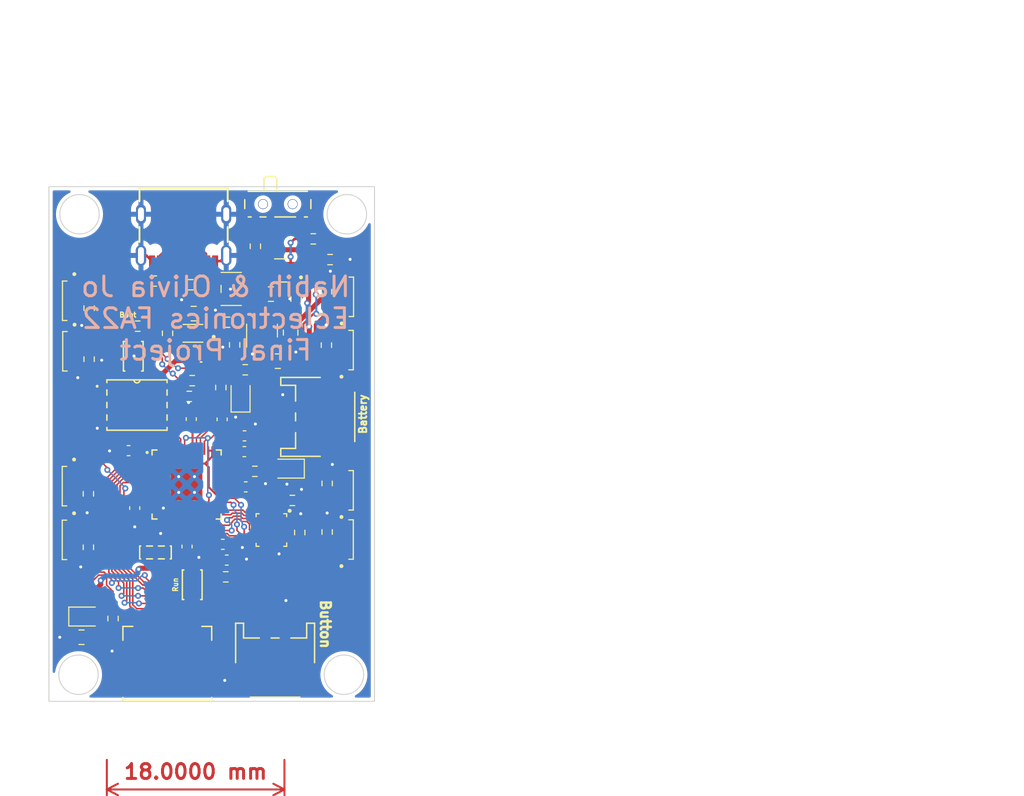
<source format=kicad_pcb>
(kicad_pcb (version 20211014) (generator pcbnew)
  (title_block (title "ENGR3430 Final Project - Nabih & Olivia Jo") (date "2022-10-26") (rev "Rev 1.0") (company "Olin College of Engineering"))
  (layers (0 "F.Cu" signal) (31 "B.Cu" signal) (34 "B.Paste" user) (35 "F.Paste" user) (36 "B.SilkS" user "B.Silkscreen") (37 "F.SilkS" user "F.Silkscreen") (38 "B.Mask" user) (39 "F.Mask" user) (44 "Edge.Cuts" user))
  (net 0 "")
  (net 1 "GND")
  (net 2 "+3V3")
  (net 3 "Net-(C10-Pad1)")
  (net 4 "/LED_V")
  (net 5 "/VBUS")
  (net 6 "/VBAT")
  (net 7 "Net-(D1-Pad2)")
  (net 8 "Net-(D2-Pad2)")
  (net 9 "Net-(D3-Pad1)")
  (net 10 "Net-(D3-Pad2)")
  (net 12 "/LED_PIN")
  (net 13 "Net-(D4-Pad3)")
  (net 14 "Net-(D11-Pad3)")
  (net 15 "Net-(D5-Pad3)")
  (net 16 "Net-(D6-Pad1)")
  (net 17 "Net-(D7-Pad3)")
  (net 18 "Net-(D10-Pad1)")
  (net 19 "Net-(D11-Pad1)")
  (net 20 "Net-(D10-Pad3)")
  (net 22 "Net-(J1-PadA5)")
  (net 23 "Net-(J1-PadA6)")
  (net 24 "Net-(J1-PadA7)")
  (net 26 "Net-(J1-PadB5)")
  (net 28 "/GPIO6")
  (net 29 "/GPIO7")
  (net 30 "/GPIO8")
  (net 31 "/GPIO9")
  (net 32 "/GPIO12")
  (net 33 "/GPIO13")
  (net 34 "/GPIO14")
  (net 35 "/GPIO15")
  (net 36 "/SWCLK")
  (net 37 "/SWDIO")
  (net 38 "/GPIO22")
  (net 39 "/GPIO23")
  (net 40 "/BOOT")
  (net 41 "/RUN")
  (net 42 "/GPIO27")
  (net 43 "/GPIO29")
  (net 44 "/GPIO28")
  (net 45 "Net-(J5-Pad1)")
  (net 48 "/MODE")
  (net 51 "Net-(Q1-Pad2)")
  (net 52 "Net-(Q1-Pad3)")
  (net 53 "Net-(Q1-Pad5)")
  (net 54 "Net-(R5-Pad2)")
  (net 55 "Net-(R6-Pad2)")
  (net 56 "/GPIO25")
  (net 57 "Net-(R9-Pad2)")
  (net 58 "Net-(R10-Pad2)")
  (net 59 "Net-(R11-Pad1)")
  (net 60 "Net-(R16-Pad2)")
  (net 66 "Net-(U1-Pad2)")
  (net 67 "Net-(U1-Pad3)")
  (net 68 "Net-(U1-Pad5)")
  (net 69 "Net-(U1-Pad6)")
  (net 70 "Net-(U1-Pad7)")
  (net 71 "/BT_RX")
  (net 72 "/BT_TX")
  (net 73 "/BT_RTS")
  (net 74 "/BT_CTS")
  (net 75 "/BT_RST_N")
  (net 76 "/BT_RX_IND")
  (net 77 "Net-(U2-Pad20)")
  (net 78 "Net-(U2-Pad21)")
  (net 79 "/MISO_ACC")
  (net 80 "/CS_ACC")
  (net 81 "/SCLK_ACC")
  (net 82 "/MOSI_ACC")
  (net 83 "/INT1_ACC")
  (net 84 "/INT2_ACC")
  (net 85 "/GPIO24")
  (footprint "Resistor_SMD:R_0603_1608Metric" (layer "F.Cu") (at 23.8595 53.4721 90)
    (fp_text reference "C19" hide)
    (fp_text value "0.1µF")
  )
  (footprint "SnapEDA:LED_4691" (layer "F.Cu") (at 21.9345 52.6721 -90)
    (fp_text reference "D7" hide)
    (fp_text value "SK6812B")
  )
  (footprint "Capacitor_SMD:C_0603_1608Metric" (layer "F.Cu") (at 37.4095 72.2471)
    (fp_text reference "C11" hide)
    (fp_text value "0.1µF")
  )
  (footprint "Resistor_SMD:R_0603_1608Metric" (layer "F.Cu") (at 23.8595 48.2971 90)
    (fp_text reference "C17" hide)
    (fp_text value "0.1µF")
  )
  (footprint "Capacitor_SMD:C_0603_1608Metric" (layer "F.Cu") (at 27.8595 62.7471 180)
    (fp_text reference "C2" hide)
    (fp_text value "0.1µF")
  )
  (footprint "MCP:MCP73831T-2ACI&slash_OT" (layer "F.Cu") (at 38.2595 46.3471 180)
    (fp_text reference "U5" hide)
    (fp_text value "MCP73831T-2ACI_OT" hide)
  )
  (footprint "SnapEDA:LED_4691" (layer "F.Cu") (at 49.8845 52.5471 90)
    (fp_text reference "D10" hide)
    (fp_text value "SK6812B")
  )
  (footprint "Capacitor_SMD:C_0603_1608Metric" (layer "F.Cu") (at 39.59 62.8471)
    (fp_text reference "C6" hide)
    (fp_text value "0.1µF")
  )
  (footprint "Eclectronics:RP2040" (layer "F.Cu") (at 33.74 66.1821)
    (fp_text reference "U2" hide)
    (fp_text value "RP2040")
  )
  (footprint "Resistor_SMD:R_0603_1608Metric" (layer "F.Cu") (at 26.2845 79.7721 -90)
    (fp_text reference "R16" hide)
    (fp_text value "1K")
  )
  (footprint "Resistor_SMD:R_0603_1608Metric" (layer "F.Cu") (at 34.3095 55.6471)
    (fp_text reference "R6" hide)
    (fp_text value "27Ω")
  )
  (footprint "Eclectronics:KXT321LHS" (layer "F.Cu") (at 28.3345 53.1721 90)
    (fp_text reference "S2" hide)
    (fp_text value "BOOT")
  )
  (footprint "SnapEDA:LED_4691" (layer "F.Cu") (at 49.8845 71.7596 90)
    (fp_text reference "De" hide)
    (fp_text value "SK6812B")
  )
  (footprint "Capacitor_SMD:C_0603_1608Metric" (layer "F.Cu") (at 37.34 59.5721 90)
    (fp_text reference "C9" hide)
    (fp_text value "1µF")
  )
  (footprint "Resistor_SMD:R_0603_1608Metric" (layer "F.Cu") (at 34.0095 57.2471 180)
    (fp_text reference "C1" hide)
    (fp_text value "0.1µF")
  )
  (footprint "Resistor_SMD:R_0603_1608Metric" (layer "F.Cu") (at 28.7845 50.1221)
    (fp_text reference "R3" hide)
    (fp_text value "5.1K")
  )
  (footprint "Resistor_SMD:R_0603_1608Metric" (layer "F.Cu") (at 46.5845 41.2721 180)
    (fp_text reference "R13" hide)
    (fp_text value "11K")
  )
  (footprint "Resistor_SMD:R_0603_1608Metric" (layer "F.Cu") (at 38.6095 52.0221 -90)
    (fp_text reference "R10" hide)
    (fp_text value "1K")
  )
  (footprint "Resistor_SMD:R_0603_1608Metric" (layer "F.Cu") (at 37.2095 56.3471 -90)
    (fp_text reference "R5" hide)
    (fp_text value "27Ω")
  )
  (footprint "Resistor_SMD:R_0603_1608Metric" (layer "F.Cu") (at 44.8345 47.3721 -90)
    (fp_text reference "R14" hide)
    (fp_text value "10K")
  )
  (footprint "Resistor_SMD:R_0603_1608Metric" (layer "F.Cu") (at 23.7845 67.1221 90)
    (fp_text reference "C22" hide)
    (fp_text value "0.1µF")
  )
  (footprint "Capacitor_SMD:C_0603_1608Metric" (layer "F.Cu") (at 34.2095 59.5471 90)
    (fp_text reference "C7" hide)
    (fp_text value "0.1µF")
  )
  (footprint "Resistor_SMD:R_0603_1608Metric" (layer "F.Cu") (at 40.7095 42.0221 -90)
    (fp_text reference "R15" hide)
    (fp_text value "10K")
  )
  (footprint "Capacitor_SMD:C_0603_1608Metric" (layer "F.Cu") (at 28.4845 68.5721 -90)
    (fp_text reference "C3" hide)
    (fp_text value "0.1µF")
  )
  (footprint "Eclectronics:PCM12" (layer "F.Cu") (at 42.9845 37.7471 180)
    (fp_text reference "SW1" hide)
    (fp_text value "PCM12")
  )
  (footprint "LED_SMD:LED_0805_2012Metric" (layer "F.Cu") (at 39.2095 57.1471 90)
    (fp_text reference "D2" hide)
    (fp_text value "PWR")
  )
  (footprint "Resistor_SMD:R_0603_1608Metric" (layer "F.Cu") (at 44.4595 67.7971 180)
    (fp_text reference "C21" hide)
    (fp_text value "0.1µF")
  )
  (footprint "Resistor_SMD:R_0603_1608Metric" (layer "F.Cu") (at 39.6845 54.5471 180)
    (fp_text reference "R8" hide)
    (fp_text value "1K")
  )
  (footprint "Resistor_SMD:R_0603_1608Metric" (layer "F.Cu") (at 31.8095 50.8471 -90)
    (fp_text reference "R9" hide)
    (fp_text value "1K")
  )
  (footprint "Resistor_SMD:R_0603_1608Metric" (layer "F.Cu") (at 45.2095 71.0471 -90)
    (fp_text reference "C24" hide)
    (fp_text value "0.1µF")
  )
  (footprint "SnapEDA:SOT65P210X110-6N" (layer "F.Cu") (at 43.2845 44.4721 180)
    (fp_text reference "Q1" hide)
    (fp_text value "FDG6320C")
  )
  (footprint "Capacitor_SMD:C_0805_2012Metric" (layer "F.Cu") (at 42.2845 46.8721 180)
    (fp_text reference "C12" hide)
    (fp_text value "10µF")
  )
  (footprint "Resistor_SMD:R_0603_1608Metric" (layer "F.Cu") (at 48.2845 43.3721 180)
    (fp_text reference "R12" hide)
    (fp_text value "40.2K")
  )
  (footprint "Resistor_SMD:R_0603_1608Metric" (layer "F.Cu") (at 47.9095 52.0471 -90)
    (fp_text reference "C23" hide)
    (fp_text value "0.1µF")
  )
  (footprint "Package_TO_SOT_SMD:SOT-23" (layer "F.Cu") (at 41.3845 50.5721 90)
    (fp_text reference "U3" hide)
    (fp_text value "MCP1702T-3302E_CB")
  )
  (footprint "Capacitor_SMD:C_0603_1608Metric" (layer "F.Cu") (at 33.7845 72.4721 -90)
    (fp_text reference "C4" hide)
    (fp_text value "0.1µF")
  )
  (footprint "Resistor_SMD:R_0603_1608Metric" (layer "F.Cu") (at 47.9845 70.9971 -90)
    (fp_text reference "C18" hide)
    (fp_text value "0.1µF")
  )
  (footprint "Capacitor_SMD:C_0805_2012Metric" (layer "F.Cu") (at 23.0845 81.6721 180)
    (fp_text reference "C16" hide)
    (fp_text value "10µF")
  )
  (footprint "SnapEDA:LED_4691" (layer "F.Cu") (at 21.9095 47.5471 -90)
    (fp_text reference "D4" hide)
    (fp_text value "SK6812B")
  )
  (footprint "Capacitor_SMD:C_0603_1608Metric" (layer "F.Cu") (at 39.7345 66.4221)
    (fp_text reference "C5" hide)
    (fp_text value "0.1µF")
  )
  (footprint "Resistor_SMD:R_0603_1608Metric" (layer "F.Cu") (at 30.4595 45.5471 180)
    (fp_text reference "R1" hide)
    (fp_text value "5.1K")
  )
  (footprint "Capacitor_SMD:C_0603_1608Metric" (layer "F.Cu") (at 39.6095 61.2471)
    (fp_text reference "C8" hide)
    (fp_text value "1µF")
  )
  (footprint "SnapEDA:LED_4691" (layer "F.Cu") (at 49.8845 66.7721 90)
    (fp_text reference "D8" hide)
    (fp_text value "SK6812B")
  )
  (footprint "Eclectronics:S2B-PH-SM4-TB" (layer "F.Cu") (at 42.7095 83.2471)
    (fp_text reference "J6" hide)
    (fp_text value "S2B-PH-SM4-TB")
  )
  (footprint "Capacitor_SMD:C_0805_2012Metric" (layer "F.Cu") (at 34.4595 48.8471)
    (fp_text reference "C14" hide)
    (fp_text value "10µF")
  )
  (footprint "SnapEDA:LEDSC70P200X125X110-4N" (layer "F.Cu") (at 34.3845 50.8471 180)
    (fp_text reference "D3" hide)
    (fp_text value "IN-S85TATRGB")
  )
  (footprint "Resistor_SMD:R_0603_1608Metric" (layer "F.Cu") (at 47.9225 46.6221 -90)
    (fp_text reference "C26" hide)
    (fp_text value "0.1µF")
  )
  (footprint "Capacitor_SMD:C_0805_2012Metric" (layer "F.Cu") (at 44.2845 50.7721 90)
    (fp_text reference "C15" hide)
    (fp_text value "10µF")
  )
  (footprint "SnapEDA:SOT65P210X110-5N" (layer "F.Cu") (at 35.2095 52.9471 180)
    (fp_text reference "U4" hide)
    (fp_text value "74AHC1G14")
  )
  (footprint "Eclectronics:KXT321LHS" (layer "F.Cu") (at 34.3095 76.3471 -90)
    (fp_text reference "S1" hide)
    (fp_text value "RST")
  )
  (footprint "LED_SMD:LED_0805_2012Metric" (layer "F.Cu") (at 43.9845 64.5721 180)
    (fp_text reference "D1" hide)
    (fp_text value "LED")
  )
  (footprint "LED_SMD:LED_0805_2012Metric" (layer "F.Cu") (at 23.4845 79.5721)
    (fp_text reference "D6" hide)
    (fp_text value "BLT")
  )
  (footprint "Resistor_SMD:R_0603_1608Metric" (layer "F.Cu") (at 23.7845 72.5471 90)
    (fp_text reference "C25" hide)
    (fp_text value "0.1µF")
  )
  (footprint "SnapEDA:LED_4691" (layer "F.Cu") (at 21.8845 66.3471 -90)
    (fp_text reference "D9" hide)
    (fp_text value "SK6812B")
  )
  (footprint "Eclectronics:BM71BLES1FC2" (layer "F.Cu") (at 31.7845 84.0721 180)
    (fp_text reference "U6" hide)
    (fp_text value "BM71BLES1FC2")
  )
  (footprint "Eclectronics:USB4105-GF-A" (layer "F.Cu") (at 33.4345 38.7721 180)
    (fp_text reference "J1" hide)
    (fp_text value "USB4105-GF-A")
  )
  (footprint "Eclectronics:CSTNE" (layer "F.Cu") (at 30.5845 73.0721 180)
    (fp_text reference "Y1" hide)
    (fp_text value "12MHz")
  )
  (footprint "Resistor_SMD:R_0603_1608Metric" (layer "F.Cu") (at 47.9845 66.0721 -90)
    (fp_text reference "C20" hide)
    (fp_text value "0.1µF")
  )
  (footprint "Eclectronics:MIC_WSON-8-M" (layer "F.Cu") (at 28.7095 58.1221)
    (fp_text reference "U1" hide)
    (fp_text value "W25Q128JV" hide)
  )
  (footprint "Resistor_SMD:R_0603_1608Metric" (layer "F.Cu") (at 37.7095 75.5471 180)
    (fp_text reference "R2" hide)
    (fp_text value "5.1K")
  )
  (footprint "Resistor_SMD:R_0603_1608Metric" (layer "F.Cu") (at 37.8845 49.7221 180)
    (fp_text reference "R11" hide)
    (fp_text value "10K")
  )
  (footprint "SnapEDA:TFLGA-16_3.3MMX3.1MM" (layer "F.Cu") (at 42.3345 70.7971 -90)
    (fp_text reference "U7" hide)
    (fp_text value "ADXL362")
  )
  (footprint "SnapEDA:LED_4691" (layer "F.Cu") (at 21.8845 71.7971 -90)
    (fp_text reference "D11" hide)
    (fp_text value "SK6812B")
  )
  (footprint "SnapEDA:LED_4691" (layer "F.Cu") (at 49.9095 47.1471 90)
    (fp_text reference "D12" hide)
    (fp_text value "SK6812B")
  )
  (footprint "Eclectronics:S2B-PH-SM4-TB" (layer "F.Cu") (at 46.2845 59.3221 90)
    (fp_text reference "J5" hide)
    (fp_text value "S2B-PH-SM4-TB")
  )
  (footprint "Resistor_SMD:R_0603_1608Metric" (layer "F.Cu") (at 40.6595 64.8471)
    (fp_text reference "R7" hide)
    (fp_text value "1K")
  )
  (footprint "Capacitor_SMD:C_0805_2012Metric" (layer "F.Cu") (at 42.9845 53.6721)
    (fp_text reference "C13" hide)
    (fp_text value "10µF")
  )
  (footprint "Capacitor_SMD:C_0603_1608Metric" (layer "F.Cu") (at 37.8095 73.8471)
    (fp_text reference "C10" hide)
    (fp_text value "0.1µF")
  )
  (footprint "Resistor_SMD:R_0603_1608Metric" (layer "F.Cu") (at 34.1595 45.9221 180)
    (fp_text reference "R}" hide)
    (fp_text value "5.1K")
  )
  (gr_circle (center 22.7845 85.4721) (end 24.7845 85.4721) (layer "Edge.Cuts") (width 0.1) (fill none))
  (gr_circle (center 49.6845 85.4721) (end 51.6845 85.4721) (layer "Edge.Cuts") (width 0.1) (fill none))
  (gr_rect (start 52.7845 88.1721) (end 19.7845 35.9721) (layer "Edge.Cuts") (width 0.1) (fill none))
  (gr_circle (center 22.8845 38.7721) (end 22.8845 40.7721) (layer "Edge.Cuts") (width 0.1) (fill none))
  (gr_circle (center 49.9845 38.7721) (end 49.9845 40.7721) (layer "Edge.Cuts") (width 0.1) (fill none))
  (gr_text "Nabih & Olivia Jo\nEclectronics FA22\nFinal Project" (at 36.6845 49.3471) (layer "B.SilkS") (effects (font (size 2 2) (thickness 0.3)) (justify mirror)))
  (gr_text "Button" (at 47.8095 80.3471 270) (layer "F.SilkS") (effects (font (size 1 1) (thickness 0.25))))
  (gr_text "Battery" (at 51.6095 59.0471 90) (layer "F.SilkS") (effects (font (size 0.75 0.75) (thickness 0.1875))))
  (gr_text "Boot" (at 27.7845 48.9721) (layer "F.SilkS") (effects (font (size 0.5 0.5) (thickness 0.125))))
  (gr_text "Run" (at 32.6095 76.3471 90) (layer "F.SilkS") (effects (font (size 0.5 0.5) (thickness 0.125))))
  (dimension (type aligned) (layer "F.Cu") (pts (xy 25.6555 93.6091) (xy 43.6555 93.6091)) (height 3.5) (gr_text "18.0000 mm" (at 34.6555 95.3091) (layer "F.Cu") (effects (font (size 1.5 1.5) (thickness 0.3)))) (format (units 3) (units_format 1) (precision 4)) (style (thickness 0.2) (arrow_length 1.27) (text_position_mode 0) (extension_height 0.58642) (extension_offset 0.5) keep_text_aligned))
  (segment (start 20.8845 81.6721) (end 22.1345 81.6721) (width 0.508) (layer "F.Cu") (net 1))
  (segment (start 49.4245 65.2471) (end 49.4595 65.2121) (width 0.254) (layer "F.Cu") (net 1))
  (segment (start 47.8845 51.1971) (end 47.9095 51.2221) (width 0.254) (layer "F.Cu") (net 1))
  (segment (start 23.1095 50.0471) (end 23.1095 49.8821) (width 0.254) (layer "F.Cu") (net 1))
  (segment (start 44.922 64.9346) (end 44.922 64.5721) (width 0.1524) (layer "F.Cu") (net 1))
  (segment (start 37.6095 86.0471) (end 37.5845 86.0721) (width 0.254) (layer "F.Cu") (net 1))
  (segment (start 28.3345 53.2221) (end 28.4095 53.1471) (width 0.254) (layer "F.Cu") (net 1))
  (segment (start 32.216929 68.6721) (end 32.74 69.195171) (width 0.1524) (layer "F.Cu") (net 1))
  (segment (start 31.0095 71.1471) (end 31.1095 71.1471) (width 0.254) (layer "F.Cu") (net 1))
  (segment (start 30.9845 71.1721) (end 31.0095 71.1471) (width 0.254) (layer "F.Cu") (net 1))
  (segment (start 23.1095 49.8721) (end 23.8595 49.1221) (width 0.254) (layer "F.Cu") (net 1))
  (segment (start 44.2545 45.1221) (end 44.2545 45.4021) (width 0.254) (layer "F.Cu") (net 1))
  (segment (start 22.3095 73.3571) (end 23.5995 73.3571) (width 0.254) (layer "F.Cu") (net 1))
  (segment (start 42.9555 70.2971) (end 43.6095 70.2971) (width 0.254) (layer "F.Cu") (net 1))
  (segment (start 39.5299 46.3721) (end 39.5549 46.3471) (width 0.254) (layer "F.Cu") (net 1))
  (segment (start 34.563527 57.2471) (end 34.8345 57.2471) (width 0.254) (layer "F.Cu") (net 1))
  (segment (start 30.2345 44.9471) (end 29.6345 45.5471) (width 0.254) (layer "F.Cu") (net 1))
  (segment (start 39.7095 73.8471) (end 38.5845 73.8471) (width 0.254) (layer "F.Cu") (net 1))
  (segment (start 24.4095 54.2971) (end 25.1345 53.5721) (width 0.254) (layer "F.Cu") (net 1))
  (segment (start 47.9845 65.2471) (end 49.4245 65.2471) (width 0.254) (layer "F.Cu") (net 1))
  (segment (start 49.4595 70.1996) (end 48.012 70.1996) (width 0.254) (layer "F.Cu") (net 1))
  (segment (start 47.9845 64.6721) (end 47.9845 65.2471) (width 0.254) (layer "F.Cu") (net 1))
  (segment (start 44.2845 52.1221) (end 44.2845 51.7221) (width 0.254) (layer "F.Cu") (net 1))
  (segment (start 45.387041 67.694559) (end 45.2845 67.7971) (width 0.254) (layer "F.Cu") (net 1))
  (segment (start 48.5095 64.1471) (end 47.9845 64.6721) (width 0.254) (layer "F.Cu") (net 1))
  (segment (start 47.9225 45.7971) (end 47.9225 44.9341) (width 0.254) (layer "F.Cu") (net 1))
  (segment (start 43.5345 57.1221) (end 43.4845 57.0721) (width 0.508) (layer "F.Cu") (net 1))
  (segment (start 37.3699 52.2867) (end 37.4095 52.2471) (width 0.254) (layer "F.Cu") (net 1))
  (segment (start 44.2095 47.3471) (end 44.8345 47.9721) (width 0.254) (layer "F.Cu") (net 1))
  (segment (start 23.118866 74.537734) (end 23.7845 73.8721) (width 0.254) (layer "F.Cu") (net 1))
  (segment (start 33.94287 57.867757) (end 34.2095 58.134387) (width 0.254) (layer "F.Cu") (net 1))
  (segment (start 49.2245 51.2221) (end 49.4595 50.9871) (width 0.254) (layer "F.Cu") (net 1))
  (segment (start 50.2845 43.3721) (end 50.3095 43.3471) (width 0.254) (layer "F.Cu") (net 1))
  (segment (start 26.0171 60.0271) (end 26.8045 60.0271) (width 0.254) (layer "F.Cu") (net 1))
  (segment (start 22.3095 67.9071) (end 23.7445 67.9071) (width 0.254) (layer "F.Cu") (net 1))
  (segment (start 33.2345 46.0221) (end 33.3345 45.9221) (width 0.254) (layer "F.Cu") (net 1))
  (segment (start 32.74 69.195171) (end 32.74 69.6196) (width 0.1524) (layer "F.Cu") (net 1))
  (segment (start 36.6345 43.5271) (end 37.1795 43.5271) (width 0.254) (layer "F.Cu") (net 1))
  (segment (start 43.1095 73.2142) (end 42.8345 72.9392) (width 0.254) (layer "F.Cu") (net 1))
  (segment (start 44.2095 47.3471) (end 43.7095 47.3471) (width 0.254) (layer "F.Cu") (net 1))
  (segment (start 23.7845 73.8721) (end 23.7845 73.3721) (width 0.254) (layer "F.Cu") (net 1))
  (segment (start 38.7095 59.3471) (end 38.1595 58.7971) (width 0.254) (layer "F.Cu") (net 1))
  (segment (start 45.387041 66.674641) (end 45.387041 67.694559) (width 0.254) (layer "F.Cu") (net 1))
  (segment (start 38.1845 46.3721) (end 39.5299 46.3721) (width 0.254) (layer "F.Cu") (net 1))
  (segment (start 48.012 70.1996) (end 47.9845 70.1721) (width 0.254) (layer "F.Cu") (net 1))
  (segment (start 22.3595 54.9971) (end 22.7095 55.3471) (width 0.254) (layer "F.Cu") (net 1))
  (segment (start 27.0845 62.7471) (end 25.9595 62.7471) (width 0.254) (layer "F.Cu") (net 1))
  (segment (start 22.3595 54.2321) (end 23.7945 54.2321) (width 0.254) (layer "F.Cu") (net 1))
  (segment (start 49.4595 70.1996) (end 49.4595 69.8971) (width 0.254) (layer "F.Cu") (net 1))
  (segment (start 49.4595 69.8971) (end 48.6345 69.0721) (width 0.254) (layer "F.Cu") (net 1))
  (segment (start 44.922 65.129518) (end 43.906959 66.144559) (width 0.254) (layer "F.Cu") (net 1))
  (segment (start 22.3595 54.2321) (end 22.3595 54.9971) (width 0.254) (layer "F.Cu") (net 1))
  (segment (start 34.9845 74.0471) (end 34.3095 74.7221) (width 0.254) (layer "F.Cu") (net 1))
  (segment (start 42.8345 72.9392) (end 42.8345 72.0846) (width 0.254) (layer "F.Cu") (net 1))
  (segment (start 34.9845 73.5721) (end 34.9845 74.0471) (width 0.254) (layer "F.Cu") (net 1))
  (segment (start 49.4845 45.5871) (end 49.3495 45.5871) (width 0.254) (layer "F.Cu") (net 1))
  (segment (start 44.8095 52.6471) (end 44.2845 52.1221) (width 0.254) (layer "F.Cu") (net 1))
  (segment (start 40.3845 62.8276) (end 40.365 62.8471) (width 0.254) (layer "F.Cu") (net 1))
  (segment (start 23.6145 73.3721) (end 23.5995 73.3571) (width 0.254) (layer "F.Cu") (net 1))
  (segment (start 26.1845 83.0721) (end 26.7845 83.6721) (width 0.508) (layer "F.Cu") (net 1))
  (segment (start 45.2095 69.2471) (end 45.3095 69.1471) (width 0.254) (layer "F.Cu") (net 1))
  (segment (start 44.2845 53.3221) (end 43.9345 53.6721) (width 0.254) (layer "F.Cu") (net 1))
  (segment (start 48.5095 64.1471) (end 48.8095 64.1471) (width 0.254) (layer "F.Cu") (net 1))
  (segment (start 47.9845 69.0721) (end 47.9845 70.1721) (width 0.254) (layer "F.Cu") (net 1))
  (segment (start 29.6345 45.5471) (end 29.1145 45.0271) (width 0.254) (layer "F.Cu") (net 1))
  (segment (start 23.7945 54.2321) (end 23.8595 54.2971) (width 0.254) (layer "F.Cu") (net 1))
  (segment (start 33.5095 47.7221) (end 33.2345 47.4471) (width 0.254) (layer "F.Cu") (net 1))
  (segment (start 44.2545 45.4021) (end 43.2345 46.4221) (width 0.254) (layer "F.Cu") (net 1))
  (segment (start 23.6595 69.0471) (end 23.6595 68.0721) (width 0.254) (layer "F.Cu") (net 1))
  (segment (start 44.8095 52.7471) (end 44.8095 52.7971) (width 0.254) (layer "F.Cu") (net 1))
  (segment (start 25.5721 60.4721) (end 26.0171 60.0271) (width 0.254) (layer "F.Cu") (net 1))
  (segment (start 47.8845 49.9971) (end 47.8845 51.1971) (width 0.254) (layer "F.Cu") (net 1))
  (segment (start 33.5095 48.8471) (end 33.5095 47.7221) (width 0.254) (layer "F.Cu") (net 1))
  (segment (start 29.6595 42.9521) (end 30.2345 43.5271) (width 0.254) (layer "F.Cu") (net 1))
  (segment (start 48.6345 69.0721) (end 47.9845 69.0721) (width 0.254) (layer "F.Cu") (net 1))
  (segment (start 43.2345 46.3221) (end 43.2345 46.8721) (width 0.1524) (layer "F.Cu") (net 1))
  (segment (start 39.06876 72.2471) (end 39.38913 72.56747) (width 0.254) (layer "F.Cu") (net 1))
  (segment (start 43.7095 78.0471) (end 43.7095 80.4971) (width 0.254) (layer "F.Cu") (net 1))
  (segment (start 28.7095 55.1721) (end 28.3345 54.7971) (width 0.254) (layer "F.Cu") (net 1))
  (segment (start 40.4095 61.2221) (end 40.3845 61.2471) (width 0.254) (layer "F.Cu") (net 1))
  (segment (start 40.5345 66.4471) (end 40.5095 66.4221) (width 0.254) (layer "F.Cu") (net 1))
  (segment (start 26.7845 83.6721) (end 27.5345 83.6721) (width 0.508) (layer "F.Cu") (net 1))
  (segment (start 23.6595 68.0721) (end 23.7845 67.9471) (width 0.254) (layer "F.Cu") (net 1))
  (segment (start 40.4345 52.9221) (end 40.4095 52.9471) (width 0.254) (layer "F.Cu") (net 1))
  (segment (start 34.9845 73.5721) (end 34.6595 73.2471) (width 0.254) (layer "F.Cu") (net 1))
  (segment (start 37.5845 86.0721) (end 36.0345 86.0721) (width 0.254) (layer "F.Cu") (net 1))
  (segment (start 43.6095 70.2971) (end 45.1345 70.2971) (width 0.254) (layer "F.Cu") (net 1))
  (segment (start 44.8095 52.7971) (end 43.9345 53.6721) (width 0.254) (layer "F.Cu") (net 1))
  (segment (start 40.4345 51.5096) (end 40.4345 52.9221) (width 0.254) (layer "F.Cu") (net 1))
  (segment (start 23.4495 69.0471) (end 22.3095 67.9071) (width 0.254) (layer "F.Cu") (net 1))
  (segment (start 29.1145 42.9521) (end 29.6595 42.9521) (width 0.254) (layer "F.Cu") (net 1))
  (segment (start 38.7095 59.3471) (end 39.2095 58.8471) (width 0.254) (layer "F.Cu") (net 1))
  (segment (start 44.8345 48.1971) (end 44.5595 48.1971) (width 0.254) (layer "F.Cu") (net 1))
  (segment (start 44.922 64.5721) (end 44.922 65.129518) (width 0.254) (layer "F.Cu") (net 1))
  (segment (start 23.7445 67.9071) (end 23.7845 67.9471) (width 0.254) (layer "F.Cu") (net 1))
  (segment (start 43.2345 46.4221) (end 43.2345 46.8721) (width 0.254) (layer "F.Cu") (net 1))
  (segment (start 38.1845 72.2471) (end 39.06876 72.2471) (width 0.254) (layer "F.Cu") (net 1))
  (segment (start 33.2345 47.4471) (end 33.2345 46.0221) (width 0.254) (layer "F.Cu") (net 1))
  (segment (start 23.0095 74.537734) (end 23.118866 74.537734) (width 0.254) (layer "F.Cu") (net 1))
  (segment (start 44.2545 45.1221) (end 44.2545 45.3021) (width 0.1524) (layer "F.Cu") (net 1))
  (segment (start 44.8095 52.7471) (end 44.8095 52.6471) (width 0.254) (layer "F.Cu") (net 1))
  (segment (start 49.4595 50.9871) (end 49.4595 50.8971) (width 0.254) (layer "F.Cu") (net 1))
  (segment (start 41.7345 66.0971) (end 41.3845 66.4471) (width 0.254) (layer "F.Cu") (net 1))
  (segment (start 43.1095 73.2142) (end 43.3345 72.9892) (width 0.254) (layer "F.Cu") (net 1))
  (segment (start 23.6595 69.0471) (end 23.4495 69.0471) (width 0.254) (layer "F.Cu") (net 1))
  (segment (start 43.7095 47.3471) (end 43.2345 46.8721) (width 0.254) (layer "F.Cu") (net 1))
  (segment (start 47.9095 51.2221) (end 49.2245 51.2221) (width 0.254) (layer "F.Cu") (net 1))
  (segment (start 31.3845 68.5721) (end 31.4845 68.6721) (width 0.1524) (layer "F.Cu") (net 1))
  (segment (start 49.1095 43.3721) (end 50.2845 43.3721) (width 0.254) (layer "F.Cu") (net 1))
  (segment (start 48.8095 64.1471) (end 49.4595 64.7971) (width 0.254) (layer "F.Cu") (net 1))
  (segment (start 49.3495 45.5871) (end 48.3095 44.5471) (width 0.254) (layer "F.Cu") (net 1))
  (segment (start 40.3845 61.2471) (end 40.3845 62.8276) (width 0.254) (layer "F.Cu") (net 1))
  (segment (start 41.3845 66.4471) (end 40.5345 66.4471) (width 0.254) (layer "F.Cu") (net 1))
  (segment (start 24.6845 60.4721) (end 25.5721 60.4721) (width 0.254) (layer "F.Cu") (net 1))
  (segment (start 22.3095 73.837734) (end 23.0095 74.537734) (width 0.254) (layer "F.Cu") (net 1))
  (segment (start 44.8345 47.9721) (end 44.8345 48.1971) (width 0.254) (layer "F.Cu") (net 1))
  (segment (start 23.1095 50.0471) (end 23.1095 49.8721) (width 0.254) (layer "F.Cu") (net 1))
  (segment (start 43.3345 72.0846) (end 42.8345 72.0846) (width 0.254) (layer "F.Cu") (net 1))
  (segment (start 23.8445 49.1071) (end 23.8595 49.1221) (width 0.254) (layer "F.Cu") (net 1))
  (segment (start 40.7095 60.0471) (end 40.4095 60.3471) (width 0.254) (layer "F.Cu") (net 1))
  (segment (start 31.4845 68.6721) (end 32.216929 68.6721) (width 0.1524) (layer "F.Cu") (net 1))
  (segment (start 30.2345 43.5271) (end 30.2345 44.9471) (width 0.254) (layer "F.Cu") (net 1))
  (segment (start 22.3095 73.3571) (end 22.3095 73.837734) (width 0.254) (layer "F.Cu") (net 1))
  (segment (start 38.1595 58.7971) (end 37.34 58.7971) (width 0.254) (layer "F.Cu") (net 1))
  (segment (start 40.4095 60.3471) (end 40.4095 61.2221) (width 0.254) (layer "F.Cu") (net 1))
  (segment (start 37.0595 48.8971) (end 36.6595 48.4971) (width 0.254) (layer "F.Cu") (net 1))
  (segment (start 25.9595 62.7471) (end 25.9345 62.7721) (width 0.254) (layer "F.Cu") (net 1))
  (segment (start 47.9225 45.7971) (end 49.2745 45.7971) (width 0.254) (layer "F.Cu") (net 1))
  (segment (start 36.1747 52.2867) (end 37.3699 52.2867) (width 0.254) (layer "F.Cu") (net 1))
  (segment (start 42.8345 72.0846) (end 42.8345 70.4181) (width 0.254) (layer "F.Cu") (net 1))
  (segment (start 30.9845 71.1721) (end 30.5845 71.5721) (width 0.254) (layer "F.Cu") (net 1))
  (segment (start 39.8095 73.7471) (end 39.7095 73.8471) (width 0.254) (layer "F.Cu") (net 1))
  (segment (start 43.3345 72.9892) (end 43.3345 72.0846) (width 0.254) (layer "F.Cu") (net 1))
  (segment (start 49.4595 50.8971) (end 48.5595 49.9971) (width 0.254) (layer "F.Cu") (net 1))
  (segment (start 45.2095 70.2221) (end 45.2095 69.2471) (width 0.254) (layer "F.Cu") (net 1))
  (segment (start 33.94287 57.867757) (end 34.563527 57.2471) (width 0.254) (layer "F.Cu") (net 1))
  (segment (start 48.5595 49.9971) (end 47.8845 49.9971) (width 0.254) (layer "F.Cu") (net 1))
  (segment (start 49.2745 45.7971) (end 49.4845 45.5871) (width 0.254) (layer "F.Cu") (net 1))
  (segment (start 45.1345 70.2971) (end 45.2095 70.2221) (width 0.254) (layer "F.Cu") (net 1))
  (segment (start 23.1095 49.8821) (end 22.3345 49.1071) (width 0.254) (layer "F.Cu") (net 1))
  (segment (start 30.5845 71.5721) (end 30.5845 73.0721) (width 0.254) (layer "F.Cu") (net 1))
  (segment (start 28.3345 54.7971) (end 28.3345 53.2221) (width 0.254) (layer "F.Cu") (net 1))
  (segment (start 39.2095 58.8471) (end 39.2095 58.0846) (width 0.254) (layer "F.Cu") (net 1))
  (segment (start 23.8595 54.2971) (end 24.4095 54.2971) (width 0.254) (layer "F.Cu") (net 1))
  (segment (start 47.9225 44.9341) (end 48.3095 44.5471) (width 0.254) (layer "F.Cu") (net 1))
  (segment (start 22.3345 49.1071) (end 23.8445 49.1071) (width 0.254) (layer "F.Cu") (net 1))
  (segment (start 37.1795 43.5271) (end 37.7545 42.9521) (width 0.254) (layer "F.Cu") (net 1))
  (segment (start 28.7095 58.1221) (end 28.7095 55.1721) (width 0.254) (layer "F.Cu") (net 1))
  (segment (start 37.0595 49.7221) (end 37.0595 48.8971) (width 0.254) (layer "F.Cu") (net 1))
  (segment (start 34.2095 58.134387) (end 34.2095 58.7721) (width 0.254) (layer "F.Cu") (net 1))
  (segment (start 42.8345 70.4181) (end 42.9555 70.2971) (width 0.254) (layer "F.Cu") (net 1))
  (segment (start 28.4845 70.4721) (end 28.4845 69.3471) (width 0.2032) (layer "F.Cu") (net 1))
  (segment (start 34.6595 73.2471) (end 33.7845 73.2471) (width 0.254) (layer "F.Cu") (net 1))
  (segment (start 43.5345 58.3221) (end 43.5345 57.1221) (width 0.508) (layer "F.Cu") (net 1))
  (segment (start 43.8095 77.9471) (end 43.7095 78.0471) (width 0.254) (layer "F.Cu") (net 1))
  (segment (start 29.1145 45.0271) (end 29.1145 42.9521) (width 0.254) (layer "F.Cu") (net 1))
  (segment (start 26.8045 60.0271) (end 28.7095 58.1221) (width 0.254) (layer "F.Cu") (net 1))
  (segment (start 23.7845 73.3721) (end 23.6145 73.3721) (width 0.254) (layer "F.Cu") (net 1))
  (segment (start 49.4595 64.7971) (end 49.4595 65.2121) (width 0.254) (layer "F.Cu") (net 1))
  (via (at 22.7095 55.3471) (size 0.6096) (drill 0.3048) (layers "F.Cu" "B.Cu") (net 1))
  (via (at 34.9845 73.5721) (size 0.6096) (drill 0.3048) (layers "F.Cu" "B.Cu") (net 1))
  (via (at 47.9845 69.0721) (size 0.6096) (drill 0.3048) (layers "F.Cu" "B.Cu") (net 1))
  (via (at 48.5095 64.1471) (size 0.6096) (drill 0.3048) (layers "F.Cu" "B.Cu") (net 1))
  (via (at 20.8845 81.6721) (size 0.6096) (drill 0.3048) (layers "F.Cu" "B.Cu") (net 1))
  (via (at 37.4095 52.2471) (size 0.6096) (drill 0.3048) (layers "F.Cu" "B.Cu") (net 1))
  (via (at 33.2345 47.4471) (size 0.6096) (drill 0.3048) (layers "F.Cu" "B.Cu") (net 1))
  (via (at 38.7095 59.3471) (size 0.6096) (drill 0.3048) (layers "F.Cu" "B.Cu") (net 1))
  (via (at 45.387041 66.674641) (size 0.6096) (drill 0.3048) (layers "F.Cu" "B.Cu") (net 1))
  (via (at 44.2095 47.3471) (size 0.6096) (drill 0.3048) (layers "F.Cu" "B.Cu") (net 1))
  (via (at 25.9345 62.7721) (size 0.6096) (drill 0.3048) (layers "F.Cu" "B.Cu") (net 1))
  (via (at 23.0095 74.537734) (size 0.6096) (drill 0.3048) (layers "F.Cu" "B.Cu") (net 1))
  (via (at 43.906959 66.144559) (size 0.6096) (drill 0.3048) (layers "F.Cu" "B.Cu") (net 1))
  (via (at 39.8095 73.7471) (size 0.6096) (drill 0.3048) (layers "F.Cu" "B.Cu") (net 1))
  (via (at 28.4095 53.1471) (size 0.6096) (drill 0.3048) (layers "F.Cu" "B.Cu") (net 1))
  (via (at 37.6095 86.0471) (size 0.6096) (drill 0.3048) (layers "F.Cu" "B.Cu") (net 1))
  (via (at 39.38913 72.56747) (size 0.6096) (drill 0.3048) (layers "F.Cu" "B.Cu") (net 1))
  (via (at 36.6595 48.4971) (size 0.6096) (drill 0.3048) (layers "F.Cu" "B.Cu") (net 1))
  (via (at 24.6845 60.4721) (size 0.6096) (drill 0.3048) (layers "F.Cu" "B.Cu") (net 1))
  (via (at 47.8845 49.9971) (size 0.6096) (drill 0.3048) (layers "F.Cu" "B.Cu") (net 1))
  (via (at 44.8095 52.7471) (size 0.6096) (drill 0.3048) (layers "F.Cu" "B.Cu") (net 1))
  (via (at 40.4095 52.9471) (size 0.6096) (drill 0.3048) (layers "F.Cu" "B.Cu") (net 1))
  (via (at 43.1095 73.2142) (size 0.6096) (drill 0.3048) (layers "F.Cu" "B.Cu") (net 1))
  (via (at 23.1095 50.0471) (size 0.6096) (drill 0.3048) (layers "F.Cu" "B.Cu") (net 1))
  (via (at 40.7095 60.0471) (size 0.6096) (drill 0.3048) (layers "F.Cu" "B.Cu") (net 1))
  (via (at 31.1095 71.1471) (size 0.6096) (drill 0.3048) (layers "F.Cu" "B.Cu") (net 1))
  (via (at 38.1845 46.3721) (size 0.6096) (drill 0.3048) (layers "F.Cu" "B.Cu") (net 1))
  (via (at 50.3095 43.3471) (size 0.6096) (drill 0.3048) (layers "F.Cu" "B.Cu") (net 1))
  (via (at 43.4845 57.0721) (size 0.6096) (drill 0.3048) (layers "F.Cu" "B.Cu") (net 1))
  (via (at 23.6595 69.0471) (size 0.6096) (drill 0.3048) (layers "F.Cu" "B.Cu") (net 1))
  (via (at 41.7345 66.0971) (size 0.6096) (drill 0.3048) (layers "F.Cu" "B.Cu") (net 1))
  (via (at 45.3095 69.1471) (size 0.6096) (drill 0.3048) (layers "F.Cu" "B.Cu") (net 1))
  (via (at 33.94287 57.867757) (size 0.6096) (drill 0.3048) (layers "F.Cu" "B.Cu") (net 1))
  (via (at 48.3095 44.5471) (size 0.6096) (drill 0.3048) (layers "F.Cu" "B.Cu") (net 1))
  (via (at 26.1845 83.0721) (size 0.6096) (drill 0.3048) (layers "F.Cu" "B.Cu") (net 1))
  (via (at 43.8095 77.9471) (size 0.6096) (drill 0.3048) (layers "F.Cu" "B.Cu") (net 1))
  (via (at 28.4845 70.4721) (size 0.6096) (drill 0.3048) (layers "F.Cu" "B.Cu") (net 1))
  (via (at 25.1345 53.5721) (size 0.6096) (drill 0.3048) (layers "F.Cu" "B.Cu") (net 1))
  (via (at 31.3845 68.5721) (size 0.6096) (drill 0.3048) (layers "F.Cu" "B.Cu") (net 1))
  (segment (start 31.24 67.4276) (end 31.24 66.70495) (width 0.2032) (layer "F.Cu") (net 2))
  (segment (start 24.422 76.9346) (end 24.422 79.5721) (width 0.508) (layer "F.Cu") (net 2))
  (segment (start 43.6345 67.4221) (end 45.093159 65.963441) (width 0.508) (layer "F.Cu") (net 2))
  (segment (start 35.9095 74.5721) (end 36.8845 75.5471) (width 0.508) (layer "F.Cu") (net 2))
  (segment (start 45.68163 65.963441) (end 46.2845 66.566311) (width 0.508) (layer "F.Cu") (net 2))
  (segment (start 34.115289 71.6971) (end 35.9095 73.491311) (width 0.508) (layer "F.Cu") (net 2))
  (segment (start 36.71715 67.1821) (end 35.99 66.45495) (width 0.2032) (layer "F.Cu") (net 2))
  (segment (start 33.1719 57.2597) (end 33.1719 59.6471) (width 0.508) (layer "F.Cu") (net 2))
  (segment (start 28.876844 74.779756) (end 28.9845 74.6721) (width 0.508) (layer "F.Cu") (net 2))
  (segment (start 43.3345 68.0971) (end 43.6345 67.7971) (width 0.2032) (layer "F.Cu") (net 2))
  (segment (start 33.5845 68.2721) (end 32.0845 68.2721) (width 0.2032) (layer "F.Cu") (net 2))
  (segment (start 42.0345 52.2471) (end 42.0345 53.6721) (width 0.508) (layer "F.Cu") (net 2))
  (segment (start 33.94 63.468525) (end 33.94 62.7446) (width 0.2032) (layer "F.Cu") (net 2))
  (segment (start 33.94 71.5416) (end 33.7845 71.6971) (width 0.2032) (layer "F.Cu") (net 2))
  (segment (start 33.94 69.6196) (end 33.94 68.6276) (width 0.2032) (layer "F.Cu") (net 2))
  (segment (start 25.036546 76.320054) (end 24.422 76.9346) (width 0.508) (layer "F.Cu") (net 2))
  (segment (start 44.6345 71.2971) (end 45.2095 71.8721) (width 0.2032) (layer "F.Cu") (net 2))
  (segment (start 38.08 63.5821) (end 38.815 62.8471) (width 0.2032) (layer "F.Cu") (net 2))
  (segment (start 42.3345 51.9471) (end 42.0345 52.2471) (width 0.508) (layer "F.Cu") (net 2))
  (segment (start 32.650859 53.6075) (end 34.2443 53.6075) (width 0.508) (layer "F.Cu") (net 2))
  (segment (start 25.036546 75.908834) (end 25.036546 76.320054) (width 0.508) (layer "F.Cu") (net 2))
  (segment (start 42.3345 51.5096) (end 42.3345 51.9471) (width 0.508) (layer "F.Cu") (net 2))
  (segment (start 31.4095 55.1721) (end 31.1595 55.1721) (width 0.508) (layer "F.Cu") (net 2))
  (segment (start 31.24 64.05925) (end 31.24 66.70495) (width 0.2032) (layer "F.Cu") (net 2))
  (segment (start 34.34 63.5821) (end 34.34 62.7446) (width 0.2032) (layer "F.Cu") (net 2))
  (segment (start 24.422 79.5721) (end 25.0845 80.2346) (width 0.508) (layer "F.Cu") (net 2))
  (segment (start 43.6345 67.7971) (end 43.6345 67.4221) (width 0.508) (layer "F.Cu") (net 2))
  (segment (start 31.4019 54.856459) (end 32.650859 53.6075) (width 0.508) (layer "F.Cu") (net 2))
  (segment (start 46.2845 70.7971) (end 45.2095 71.8721) (width 0.508) (layer "F.Cu") (net 2))
  (segment (start 38.8345 60.8221) (end 40.6095 59.0471) (width 0.508) (layer "F.Cu") (net 2))
  (segment (start 33.86285 64.05925) (end 35.61285 64.05925) (width 0.2032) (layer "F.Cu") (net 2))
  (segment (start 39.9595 67.4221) (end 43.2595 67.4221) (width 0.508) (layer "F.Cu") (net 2))
  (segment (start 37.1775 63.5821) (end 38.08 63.5821) (width 0.2032) (layer "F.Cu") (net 2))
  (segment (start 30.3025 63.5821) (end 29.4675 62.7471) (width 0.2032) (layer "F.Cu") (net 2))
  (segment (start 29.0995 67.1821) (end 28.4845 67.7971) (width 0.2032) (layer "F.Cu") (net 2))
  (segment (start 33.7845 71.6971) (end 34.115289 71.6971) (width 0.508) (layer "F.Cu") (net 2))
  (segment (start 24.8845 81.6721) (end 25.4733 82.2609) (width 0.508) (layer "F.Cu") (net 2))
  (segment (start 33.94 69.6196) (end 33.94 71.5416) (width 0.2032) (layer "F.Cu") (net 2))
  (segment (start 41.3845 53.6721) (end 40.5095 54.5471) (width 0.508) (layer "F.Cu") (net 2))
  (segment (start 35.99 64.4364) (end 35.61285 64.05925) (width 0.2032) (layer "F.Cu") (net 2))
  (segment (start 28.9845 74.6721) (end 32.1473 74.6721) (width 0.508) (layer "F.Cu") (net 2))
  (segment (start 32.0845 68.2721) (end 31.24 67.4276) (width 0.2032) (layer "F.Cu") (net 2))
  (segment (start 37.1775 67.1821) (end 36.71715 67.1821) (width 0.2032) (layer "F.Cu") (net 2))
  (segment (start 30.3025 63.5821) (end 30.76285 63.5821) (width 0.2032) (layer "F.Cu") (net 2))
  (segment (start 33.94 68.6276) (end 33.5845 68.2721) (width 0.2032) (layer "F.Cu") (net 2))
  (segment (start 36.34 63.2821) (end 36.34 62.7446) (width 0.2032) (layer "F.Cu") (net 2))
  (segment (start 34.34 60.4526) (end 34.34 62.7446) (width 0.2032) (layer "F.Cu") (net 2))
  (segment (start 33.349275 64.05925) (end 33.94 63.468525) (width 0.2032) (layer "F.Cu") (net 2))
  (segment (start 37.8495 67.1821) (end 38.6095 66.4221) (width 0.2032) (layer "F.Cu") (net 2))
  (segment (start 42.0345 53.6721) (end 41.3845 53.6721) (width 0.508) (layer "F.Cu") (net 2))
  (segment (start 25.0845 80.2346) (end 25.0845 81.7721) (width 0.508) (layer "F.Cu") (net 2))
  (segment (start 30.76285 63.5821) (end 31.24 64.05925) (width 0.2032) (layer "F.Cu") (net 2))
  (segment (start 30.76285 67.1821) (end 30.3025 67.1821) (width 0.2032) (layer "F.Cu") (net 2))
  (segment (start 32.6845 74.1349) (end 32.6845 72.7971) (width 0.508) (layer "F.Cu") (net 2))
  (segment (start 33.0857 64.05925) (end 33.86285 64.05925) (width 0.2032) (layer "F.Cu") (net 2))
  (segment (start 36.34 62.7446) (end 36.587 62.7446) (width 0.2032) (layer "F.Cu") (net 2))
  (segment (start 25.4733 83.5237) (end 26.8217 84.8721) (width 0.508) (layer "F.Cu") (net 2))
  (segment (start 26.8217 84.8721) (end 27.5345 84.8721) (width 0.508) (layer "F.Cu") (net 2))
  (segment (start 45.093159 65.963441) (end 45.68163 65.963441) (width 0.508) (layer "F.Cu") (net 2))
  (segment (start 34.2095 60.3221) (end 34.34 60.4526) (width 0.2032) (layer "F.Cu") (net 2))
  (segment (start 35.61285 64.05925) (end 35.94 63.7321) (width 0.2032) (layer "F.Cu") (net 2))
  (segment (start 35.94 62.7446) (end 36.34 62.7446) (width 0.2032) (layer "F.Cu") (net 2))
  (segment (start 40.6095 59.0471) (end 40.6095 54.6471) (width 0.508) (layer "F.Cu") (net 2))
  (segment (start 31.24 66.70495) (end 30.76285 67.1821) (width 0.2032) (layer "F.Cu") (net 2))
  (segment (start 36.587 62.7446) (end 38.0845 61.2471) (width 0.2032) (layer "F.Cu") (net 2))
  (segment (start 33.0857 64.05925) (end 33.349275 64.05925) (width 0.2032) (layer "F.Cu") (net 2))
  (segment (start 30.0269 50.5395) (end 29.6095 50.1221) (width 0.508) (layer "F.Cu") (net 2))
  (segment (start 33.94 62.7446) (end 34.34 62.7446) (width 0.2032) (layer "F.Cu") (net 2))
  (segment (start 38.9595 66.4221) (end 39.9595 67.4221) (width 0.508) (layer "F.Cu") (net 2))
  (segment (start 31.24 64.05925) (end 33.0857 64.05925) (width 0.2032) (layer "F.Cu") (net 2))
  (segment (start 35.9095 73.491311) (end 35.9095 74.5721) (width 0.508) (layer "F.Cu") (net 2))
  (segment (start 36.64 63.5821) (end 36.34 63.2821) (width 0.2032) (layer "F.Cu") (net 2))
  (segment (start 29.4675 62.7471) (end 28.6345 62.7471) (width 0.2032) (layer "F.Cu") (net 2))
  (segment (start 25.4733 82.2609) (end 25.4733 83.5237) (width 0.508) (layer "F.Cu") (net 2))
  (segment (start 43.6095 71.2971) (end 44.6345 71.2971) (width 0.2032) (layer "F.Cu") (net 2))
  (segment (start 38.6095 66.4221) (end 38.9595 66.4221) (width 0.2032) (layer "F.Cu") (net 2))
  (segment (start 32.1473 74.6721) (end 32.6845 74.1349) (width 0.508) (layer "F.Cu") (net 2))
  (segment (start 43.3345 69.5096) (end 43.3345 68.0971) (width 0.2032) (layer "F.Cu") (net 2))
  (segment (start 36.34 63.3321) (end 36.34 63.2821) (width 0.2032) (layer "F.Cu") (net 2))
  (segment (start 46.2845 66.566311) (end 46.2845 70.7971) (width 0.508) (layer "F.Cu") (net 2))
  (segment (start 32.6845 72.7971) (end 33.7845 71.6971) (width 0.508) (layer "F.Cu") (net 2))
  (segment (start 35.94 63.7321) (end 36.34 63.3321) (width 0.2032) (layer "F.Cu") (net 2))
  (segment (start 31.4019 56.2171) (end 31.4019 54.856459) (width 0.508) (layer "F.Cu") (net 2))
  (segment (start 38.0845 61.2471) (end 38.8345 61.2471) (width 0.2032) (layer "F.Cu") (net 2))
  (segment (start 33.1845 57.2471) (end 32.1545 56.2171) (width 0.508) (layer "F.Cu") (net 2))
  (segment (start 33.1719 59.6471) (end 33.8469 60.3221) (width 0.508) (layer "F.Cu") (net 2))
  (segment (start 40.6095 54.6471) (end 40.5095 54.5471) (width 0.508) (layer "F.Cu") (net 2))
  (segment (start 33.8469 60.3221) (end 34.2095 60.3221) (width 0.508) (layer "F.Cu") (net 2))
  (segment (start 35.94 63.7321) (end 35.94 62.7446) (width 0.2032) (layer "F.Cu") (net 2))
  (segment (start 31.1595 55.1721) (end 30.0269 54.0395) (width 0.508) (layer "F.Cu") (net 2))
  (segment (start 33.1845 57.2471) (end 33.1719 57.2597) (width 0.508) (layer "F.Cu") (net 2))
  (segment (start 24.9345 81.6721) (end 24.0345 81.6721) (width 0.508) (layer "F.Cu") (net 2))
  (segment (start 38.8345 61.2471) (end 38.8345 60.8221) (width 0.508) (layer "F.Cu") (net 2))
  (segment (start 32.1545 56.2171) (end 31.4019 56.2171) (width 0.508) (layer "F.Cu") (net 2))
  (segment (start 35.99 66.45495) (end 35.99 64.4364) (width 0.2032) (layer "F.Cu") (net 2))
  (segment (start 33.86285 64.05925) (end 34.34 63.5821) (width 0.2032) (layer "F.Cu") (net 2))
  (segment (start 43.2595 67.4221) (end 43.6345 67.7971) (width 0.508) (layer "F.Cu") (net 2))
  (segment (start 30.0269 54.0395) (end 30.0269 50.5395) (width 0.508) (layer "F.Cu") (net 2))
  (segment (start 37.1775 67.1821) (end 37.8495 67.1821) (width 0.2032) (layer "F.Cu") (net 2))
  (segment (start 30.3025 67.1821) (end 29.0995 67.1821) (width 0.2032) (layer "F.Cu") (net 2))
  (segment (start 37.1775 63.5821) (end 36.64 63.5821) (width 0.2032) (layer "F.Cu") (net 2))
  (via (at 25.036546 75.908834) (size 0.6096) (drill 0.3048) (layers "F.Cu" "B.Cu") (net 2))
  (via (at 28.876844 74.779756) (size 0.6096) (drill 0.3048) (layers "F.Cu" "B.Cu") (net 2))
  (segment (start 25.036546 75.908834) (end 25.495504 75.449876) (width 0.508) (layer "B.Cu") (net 2))
  (segment (start 25.495504 75.449876) (end 26.459169 75.449876) (width 0.508) (layer "B.Cu") (net 2))
  (segment (start 28.792645 75.163955) (end 28.792645 74.863955) (width 0.508) (layer "B.Cu") (net 2))
  (segment (start 28.4845 75.4721) (end 28.792645 75.163955) (width 0.508) (layer "B.Cu") (net 2))
  (segment (start 26.481393 75.4721) (end 28.4845 75.4721) (width 0.508) (layer "B.Cu") (net 2))
  (segment (start 28.792645 74.863955) (end 28.876844 74.779756) (width 0.508) (layer "B.Cu") (net 2))
  (segment (start 26.459169 75.449876) (end 26.481393 75.4721) (width 0.508) (layer "B.Cu") (net 2))
  (segment (start 36.001047 67.255553) (end 36.001047 67.855553) (width 0.1524) (layer "F.Cu") (net 3))
  (segment (start 33.54 62.7446) (end 33.54 61.58) (width 0.1524) (layer "F.Cu") (net 3))
  (segment (start 34.34 70.1526) (end 34.34 69.6196) (width 0.1524) (layer "F.Cu") (net 3))
  (segment (start 33.54 61.58) (end 33.6729 61.4471) (width 0.1524) (layer "F.Cu") (net 3))
  (segment (start 35.1845 68.6721) (end 34.5845 68.6721) (width 0.1524) (layer "F.Cu") (net 3))
  (segment (start 37.0345 73.8471) (end 37.0345 72.6471) (width 0.1524) (layer "F.Cu") (net 3))
  (segment (start 37.0345 72.6471) (end 36.6345 72.2471) (width 0.1524) (layer "F.Cu") (net 3))
  (segment (start 35.8845 61.4721) (end 36.215 61.4721) (width 0.1524) (layer "F.Cu") (net 3))
  (segment (start 36.4345 72.2471) (end 34.34 70.1526) (width 0.1524) (layer "F.Cu") (net 3))
  (segment (start 36.6345 72.2471) (end 36.4345 72.2471) (width 0.1524) (layer "F.Cu") (net 3))
  (segment (start 35.8845 61.4721) (end 35.54 61.8166) (width 0.1524) (layer "F.Cu") (net 3))
  (segment (start 35.54 61.8166) (end 35.54 62.7446) (width 0.1524) (layer "F.Cu") (net 3))
  (segment (start 36.001047 67.855553) (end 35.1845 68.6721) (width 0.1524) (layer "F.Cu") (net 3))
  (segment (start 34.5845 68.6721) (end 34.34 68.9166) (width 0.1524) (layer "F.Cu") (net 3))
  (segment (start 34.34 68.9166) (end 34.34 69.6196) (width 0.1524) (layer "F.Cu") (net 3))
  (segment (start 36.215 61.4721) (end 37.34 60.3471) (width 0.1524) (layer "F.Cu") (net 3))
  (via (at 33.6729 61.4471) (size 0.6096) (drill 0.3048) (layers "F.Cu" "B.Cu") (net 3))
  (via (at 36.001047 67.255553) (size 0.6096) (drill 0.3048) (layers "F.Cu" "B.Cu") (net 3))
  (via (at 35.8845 61.4721) (size 0.6096) (drill 0.3048) (layers "F.Cu" "B.Cu") (net 3))
  (segment (start 35.8595 61.4471) (end 35.8845 61.4721) (width 0.1524) (layer "B.Cu") (net 3))
  (segment (start 33.6729 61.4471) (end 35.8595 61.4471) (width 0.1524) (layer "B.Cu") (net 3))
  (segment (start 35.8845 67.139006) (end 36.001047 67.255553) (width 0.1524) (layer "B.Cu") (net 3))
  (segment (start 35.8845 61.4721) (end 35.8845 67.139006) (width 0.1524) (layer "B.Cu") (net 3))
  (segment (start 40.7345 39.4971) (end 40.1095 40.1221) (width 0.508) (layer "F.Cu") (net 4))
  (segment (start 47.9225 48.953311) (end 47.9225 47.4471) (width 0.508) (layer "F.Cu") (net 4))
  (segment (start 46.9845 71.4721) (end 47.3345 71.8221) (width 0.508) (layer "F.Cu") (net 4))
  (segment (start 23.5595 71.4971) (end 23.7845 71.7221) (width 0.508) (layer "F.Cu") (net 4))
  (segment (start 48.7845 67.0721) (end 49.4595 67.0721) (width 0.508) (layer "F.Cu") (net 4))
  (segment (start 47.9225 47.4471) (end 49.4845 47.4471) (width 0.508) (layer "F.Cu") (net 4))
  (segment (start 48.6095 66.8971) (end 48.7845 67.0721) (width 0.508) (layer "F.Cu") (net 4))
  (segment (start 23.7845 63.2721) (end 23.7845 66.2971) (width 0.508) (layer "F.Cu") (net 4))
  (segment (start 46.4449 60.245646) (end 45.9095 60.781046) (width 0.508) (layer "F.Cu") (net 4))
  (segment (start 22.3345 47.2471) (end 21.8595 47.2471) (width 0.508) (layer "F.Cu") (net 4))
  (segment (start 45.9095 60.781046) (end 45.9095 65.0471) (width 0.508) (layer "F.Cu") (net 4))
  (segment (start 22.3345 47.2471) (end 22.447 47.1346) (width 0.508) (layer "F.Cu") (net 4))
  (segment (start 25.517 47.3796) (end 25.9769 47.8395) (width 0.508) (layer "F.Cu") (net 4))
  (segment (start 38.9845 40.7721) (end 39.1345 40.6221) (width 0.508) (layer "F.Cu") (net 4))
  (segment (start 47.9845 66.8971) (end 48.6095 66.8971) (width 0.508) (layer "F.Cu") (net 4))
  (segment (start 41.3845 49.6346) (end 44.097 49.6346) (width 0.508) (layer "F.Cu") (net 4))
  (segment (start 46.4449 54.9292) (end 46.4449 60.245646) (width 0.508) (layer "F.Cu") (net 4))
  (segment (start 23.7845 66.2971) (end 24.5095 66.2971) (width 0.508) (layer "F.Cu") (net 4))
  (segment (start 23.8595 47.4721) (end 23.952 47.3796) (width 0.508) (layer "F.Cu") (net 4))
  (segment (start 22.3095 66.0471) (end 23.5345 66.0471) (width 0.508) (layer "F.Cu") (net 4))
  (segment (start 45.9095 65.0471) (end 47.7595 66.8971) (width 0.508) (layer "F.Cu") (net 4))
  (segment (start 22.447 47.1346) (end 23.522 47.1346) (width 0.508) (layer "F.Cu") (net 4))
  (segment (start 44.928711 49.8221) (end 44.2845 49.8221) (width 0.508) (layer "F.Cu") (net 4))
  (segment (start 47.303711 47.4471) (end 44.928711 49.8221) (width 0.508) (layer "F.Cu") (net 4))
  (segment (start 25.9769 52.8645) (end 25.9769 54.0127) (width 0.508) (layer "F.Cu") (net 4))
  (segment (start 22.6845 62.1721) (end 23.7845 63.2721) (width 0.508) (layer "F.Cu") (net 4))
  (segment (start 39.1345 40.6221) (end 39.1345 43.0971) (width 0.508) (layer "F.Cu") (net 4))
  (segment (start 48.9267 67.0721) (end 49.4595 67.0721) (width 0.508) (layer "F.Cu") (net 4))
  (segment (start 47.9095 53.4646) (end 46.4449 54.9292) (width 0.508) (layer "F.Cu") (net 4))
  (segment (start 23.522 47.1346) (end 23.8595 47.4721) (width 0.508) (layer "F.Cu") (net 4))
  (segment (start 46.8845 49.991311) (end 47.9225 48.953311) (width 0.508) (layer "F.Cu") (net 4))
  (segment (start 47.9095 52.8721) (end 47.3095 52.8721) (width 0.508) (layer "F.Cu") (net 4))
  (segment (start 47.9845 66.8971) (end 46.9845 67.8971) (width 0.508) (layer "F.Cu") (net 4))
  (segment (start 24.9845 66.7721) (end 24.9845 71.3721) (width 0.508) (layer "F.Cu") (net 4))
  (segment (start 47.9225 47.4471) (end 47.303711 47.4471) (width 0.508) (layer "F.Cu") (net 4))
  (segment (start 40.1095 40.1221) (end 39.1345 40.1221) (width 0.508) (layer "F.Cu") (net 4))
  (segment (start 44.097 49.6346) (end 44.2845 49.8221) (width 0.508) (layer "F.Cu") (net 4))
  (segment (start 39.5549 45.397099) (end 40.859499 45.397099) (width 0.508) (layer "F.Cu") (net 4))
  (segment (start 22.3595 52.3721) (end 23.5845 52.3721) (width 0.508) (layer "F.Cu") (net 4))
  (segment (start 23.8595 52.6471) (end 23.9295 52.7171) (width 0.508) (layer "F.Cu") (net 4))
  (segment (start 49.4345 52.8721) (end 49.4595 52.8471) (width 0.508) (layer "F.Cu") (net 4))
  (segment (start 25.9769 52.1547) (end 25.4145 52.7171) (width 0.508) (layer "F.Cu") (net 4))
  (segment (start 47.3095 52.8721) (end 46.8845 52.4471) (width 0.508) (layer "F.Cu") (net 4))
  (segment (start 39.1345 40.1221) (end 39.1345 40.6221) (width 0.508) (layer "F.Cu") (net 4))
  (segment (start 46.8845 52.4471) (end 46.8845 49.991311) (width 0.508) (layer "F.Cu") (net 4))
  (segment (start 47.7595 66.8971) (end 48.7517 66.8971) (width 0.508) (layer "F.Cu") (net 4))
  (segment (start 41.3845 49.6346) (end 41.3845 46.9221) (width 0.508) (layer "F.Cu") (net 4))
  (segment (start 25.0845 40.7721) (end 38.9845 40.7721) (width 0.508) (layer "F.Cu") (net 4))
  (segment (start 23.5345 66.0471) (end 23.7845 66.2971) (width 0.508) (layer "F.Cu") (net 4))
  (segment (start 25.4145 52.7171) (end 23.9295 52.7171) (width 0.508) (layer "F.Cu") (net 4))
  (segment (start 25.8295 52.7171) (end 25.9769 52.8645) (width 0.508) (layer "F.Cu") (net 4))
  (segment (start 40.859499 45.397099) (end 41.3345 45.8721) (width 0.508) (layer "F.Cu") (net 4))
  (segment (start 23.952 47.3796) (end 25.517 47.3796) (width 0.508) (layer "F.Cu") (net 4))
  (segment (start 49.222 71.8221) (end 49.4595 72.0596) (width 0.508) (layer "F.Cu") (net 4))
  (segment (start 21.1845 44.6721) (end 25.0845 40.7721) (width 0.508) (layer "F.Cu") (net 4))
  (segment (start 39.7345 45.217499) (end 39.5549 45.397099) (width 0.508) (layer "F.Cu") (net 4))
  (segment (start 48.7517 66.8971) (end 48.9267 67.0721) (width 0.508) (layer "F.Cu") (net 4))
  (segment (start 24.5095 66.2971) (end 24.9845 66.7721) (width 0.508) (layer "F.Cu") (net 4))
  (segment (start 22.3095 71.4971) (end 23.5595 71.4971) (width 0.508) (layer "F.Cu") (net 4))
  (segment (start 39.1345 43.0971) (end 39.7345 43.6971) (width 0.508) (layer "F.Cu") (net 4))
  (segment (start 25.9769 47.8395) (end 25.9769 52.1547) (width 0.508) (layer "F.Cu") (net 4))
  (segment (start 46.9845 67.8971) (end 46.9845 71.4721) (width 0.508) (layer "F.Cu") (net 4))
  (segment (start 47.3345 71.8221) (end 47.9845 71.8221) (width 0.508) (layer "F.Cu") (net 4))
  (segment (start 23.5845 52.3721) (end 23.8595 52.6471) (width 0.508) (layer "F.Cu") (net 4))
  (segment (start 22.6845 57.3051) (end 22.6845 62.1721) (width 0.508) (layer "F.Cu") (net 4))
  (segment (start 41.3345 45.8721) (end 41.3345 46.8721) (width 0.508) (layer "F.Cu") (net 4))
  (segment (start 39.7345 43.6971) (end 39.7345 45.217499) (width 0.508) (layer "F.Cu") (net 4))
  (segment (start 24.9845 71.3721) (end 24.6345 71.7221) (width 0.508) (layer "F.Cu") (net 4))
  (segment (start 47.9095 52.8721) (end 47.9095 53.4646) (width 0.508) (layer "F.Cu") (net 4))
  (segment (start 24.6345 71.7221) (end 23.7845 71.7221) (width 0.508) (layer "F.Cu") (net 4))
  (segment (start 23.9295 52.7171) (end 25.8295 52.7171) (width 0.508) (layer "F.Cu") (net 4))
  (segment (start 25.9769 54.0127) (end 22.6845 57.3051) (width 0.508) (layer "F.Cu") (net 4))
  (segment (start 21.1845 46.5721) (end 21.1845 44.6721) (width 0.508) (layer "F.Cu") (net 4))
  (segment (start 21.8595 47.2471) (end 21.1845 46.5721) (width 0.508) (layer "F.Cu") (net 4))
  (segment (start 47.9095 52.8721) (end 49.4345 52.8721) (width 0.508) (layer "F.Cu") (net 4))
  (segment (start 47.9845 71.8221) (end 49.222 71.8221) (width 0.508) (layer "F.Cu") (net 4))
  (segment (start 35.7345 42.7971) (end 35.7345 43.4271) (width 0.2032) (layer "F.Cu") (net 5))
  (segment (start 35.4445 50.4971) (end 35.4445 48.8821) (width 0.508) (layer "F.Cu") (net 5))
  (segment (start 31.0345 42.9441) (end 31.5853 42.3933) (width 0.2032) (layer "F.Cu") (net 5))
  (segment (start 35.4095 47.3221) (end 35.4095 48.8471) (width 0.508) (layer "F.Cu") (net 5))
  (segment (start 31.5853 42.3933) (end 35.3307 42.3933) (width 0.2032) (layer "F.Cu") (net 5))
  (segment (start 36.9641 45.397099) (end 36.9641 45.7675) (width 0.508) (layer "F.Cu") (net 5))
  (segment (start 35.8345 43.5271) (end 35.8345 44.267499) (width 0.508) (layer "F.Cu") (net 5))
  (segment (start 31.0345 43.5271) (end 31.0345 42.9441) (width 0.2032) (layer "F.Cu") (net 5))
  (segment (start 35.4445 48.8821) (end 35.4095 48.8471) (width 0.508) (layer "F.Cu") (net 5))
  (segment (start 35.3307 42.3933) (end 35.7345 42.7971) (width 0.2032) (layer "F.Cu") (net 5))
  (segment (start 36.9641 45.7675) (end 35.4095 47.3221) (width 0.508) (layer "F.Cu") (net 5))
  (segment (start 35.7345 43.4271) (end 35.8345 43.5271) (width 0.2032) (layer "F.Cu") (net 5))
  (segment (start 35.8345 44.267499) (end 36.9641 45.397099) (width 0.508) (layer "F.Cu") (net 5))
  (segment (start 46.7845 44.0471) (end 47.4595 43.3721) (width 0.2032) (layer "F.Cu") (net 6))
  (segment (start 45.55784 52.7721) (end 45.94271 53.15697) (width 0.2032) (layer "F.Cu") (net 6))
  (segment (start 45.94271 53.15697) (end 45.94271 53.619896) (width 0.2032) (layer "F.Cu") (net 6))
  (segment (start 45.55784 52.69876) (end 45.55784 52.7721) (width 0.2032) (layer "F.Cu") (net 6))
  (segment (start 46.597131 48.8721) (end 45.5845 49.884731) (width 0.2032) (layer "F.Cu") (net 6))
  (segment (start 45.94271 53.619896) (end 45.560306 54.0023) (width 0.2032) (layer "F.Cu") (net 6))
  (segment (start 44.7845 54.8721) (end 41.4845 54.8721) (width 0.2032) (layer "F.Cu") (net 6))
  (segment (start 46.7845 46.865304) (end 46.7845 44.0471) (width 0.2032) (layer "F.Cu") (net 6))
  (segment (start 41.3095 63.7471) (end 41.1845 63.8721) (width 0.2032) (layer "F.Cu") (net 6))
  (segment (start 45.5845 49.884731) (end 45.5845 52.6721) (width 0.2032) (layer "F.Cu") (net 6))
  (segment (start 39.1095 63.8721) (end 37.7995 65.1821) (width 0.2032) (layer "F.Cu") (net 6))
  (segment (start 37.7995 65.1821) (end 37.1775 65.1821) (width 0.2032) (layer "F.Cu") (net 6))
  (segment (start 41.1845 63.8721) (end 39.1095 63.8721) (width 0.2032) (layer "F.Cu") (net 6))
  (segment (start 41.4845 54.8721) (end 41.3095 55.0471) (width 0.2032) (layer "F.Cu") (net 6))
  (segment (start 46.833437 46.914241) (end 46.7845 46.865304) (width 0.2032) (layer "F.Cu") (net 6))
  (segment (start 44.8845 54.0023) (end 44.8845 54.7721) (width 0.2032) (layer "F.Cu") (net 6))
  (segment (start 41.3095 55.0471) (end 41.3095 63.7471) (width 0.2032) (layer "F.Cu") (net 6))
  (segment (start 46.8845 48.8721) (end 46.597131 48.8721) (width 0.2032) (layer "F.Cu") (net 6))
  (segment (start 47.4095 43.3221) (end 47.4595 43.3721) (width 0.508) (layer "F.Cu") (net 6))
  (segment (start 44.8845 54.7721) (end 44.7845 54.8721) (width 0.2032) (layer "F.Cu") (net 6))
  (segment (start 45.560306 54.0023) (end 44.8845 54.0023) (width 0.2032) (layer "F.Cu") (net 6))
  (segment (start 45.5845 52.6721) (end 45.55784 52.69876) (width 0.2032) (layer "F.Cu") (net 6))
  (segment (start 47.4095 41.2721) (end 47.4095 43.3221) (width 0.508) (layer "F.Cu") (net 6))
  (via (at 46.8845 48.8721) (size 0.6096) (drill 0.3048) (layers "F.Cu" "B.Cu") (net 6))
  (via (at 46.833437 46.914241) (size 0.6096) (drill 0.3048) (layers "F.Cu" "B.Cu") (net 6))
  (segment (start 46.8845 46.965304) (end 46.8845 48.8721) (width 0.2032) (layer "B.Cu") (net 6))
  (segment (start 46.833437 46.914241) (end 46.8845 46.965304) (width 0.2032) (layer "B.Cu") (net 6))
  (segment (start 41.4845 64.8471) (end 42.772 64.8471) (width 0.1524) (layer "F.Cu") (net 7))
  (segment (start 42.772 64.8471) (end 43.047 64.5721) (width 0.1524) (layer "F.Cu") (net 7))
  (segment (start 39.2095 54.6471) (end 39.1095 54.5471) (width 0.1524) (layer "F.Cu") (net 8))
  (segment (start 39.2095 56.2096) (end 39.2095 54.6471) (width 0.1524) (layer "F.Cu") (net 8))
  (segment (start 39.1095 54.5471) (end 38.8595 54.5471) (width 0.1524) (layer "F.Cu") (net 8))
  (segment (start 35.4445 51.1971) (end 38.6095 51.1971) (width 0.1524) (layer "F.Cu") (net 9))
  (segment (start 31.8095 50.3221) (end 31.8095 50.0221) (width 0.1524) (layer "F.Cu") (net 10))
  (segment (start 33.3245 51.1971) (end 32.6845 51.1971) (width 0.1524) (layer "F.Cu") (net 10))
  (segment (start 32.6845 51.1971) (end 31.8095 50.3221) (width 0.1524) (layer "F.Cu") (net 10))
  (segment (start 26.4595 47.2721) (end 25.197 46.0096) (width 0.1524) (layer "F.Cu") (net 12))
  (segment (start 29.4845 70.3721) (end 29.4845 68.5721) (width 0.1524) (layer "F.Cu") (net 12))
  (segment (start 29.6745 68.3821) (end 30.3025 68.3821) (width 0.1524) (layer "F.Cu") (net 12))
  (segment (start 22.447 46.0096) (end 22.3345 46.1221) (width 0.1524) (layer "F.Cu") (net 12))
  (segment (start 29.4845 68.5721) (end 29.6745 68.3821) (width 0.1524) (layer "F.Cu") (net 12))
  (segment (start 25.0773 55.5948) (end 25.5618 55.5948) (width 0.1524) (layer "F.Cu") (net 12))
  (segment (start 23.1671 57.505) (end 25.0773 55.5948) (width 0.1524) (layer "F.Cu") (net 12))
  (segment (start 27.3845 70.3721) (end 28.0179 71.0055) (width 0.1524) (layer "F.Cu") (net 12))
  (segment (start 25.197 46.0096) (end 22.447 46.0096) (width 0.1524) (layer "F.Cu") (net 12))
  (segment (start 23.1671 61.9547) (end 23.1671 57.505) (width 0.1524) (layer "F.Cu") (net 12))
  (segment (start 27.524 66.576548) (end 27.3845 66.716048) (width 0.1524) (layer "F.Cu") (net 12))
  (segment (start 25.707682 64.695282) (end 25.707682 64.495282) (width 0.1524) (layer "F.Cu") (net 12))
  (segment (start 25.707682 64.495282) (end 23.1671 61.9547) (width 0.1524) (layer "F.Cu") (net 12))
  (segment (start 27.3845 66.716048) (end 27.3845 70.3721) (width 0.1524) (layer "F.Cu") (net 12))
  (segment (start 28.8511 71.0055) (end 29.4845 70.3721) (width 0.1524) (layer "F.Cu") (net 12))
  (segment (start 25.5618 55.5948) (end 26.4595 54.6971) (width 0.1524) (layer "F.Cu") (net 12))
  (segment (start 26.4595 54.6971) (end 26.4595 47.2721) (width 0.1524) (layer "F.Cu") (net 12))
  (segment (start 28.0179 71.0055) (end 28.8511 71.0055) (width 0.1524) (layer "F.Cu") (net 12))
  (via (at 25.707682 64.695282) (size 0.6096) (drill 0.3048) (layers "F.Cu" "B.Cu") (net 12))
  (via (at 27.524 66.576548) (size 0.6096) (drill 0.3048) (layers "F.Cu" "B.Cu") (net 12))
  (segment (start 27.519552 66.507152) (end 27.519552 66.5721) (width 0.1524) (layer "B.Cu") (net 12))
  (segment (start 27.519552 66.5721) (end 27.524 66.576548) (width 0.1524) (layer "B.Cu") (net 12))
  (segment (start 25.707682 64.695282) (end 27.519552 66.507152) (width 0.1524) (layer "B.Cu") (net 12))
  (segment (start 21.5095 48.5221) (end 21.5095 50.8221) (width 0.1524) (layer "F.Cu") (net 13))
  (segment (start 21.9345 51.2471) (end 22.3595 51.2471) (width 0.1524) (layer "F.Cu") (net 13))
  (segment (start 22.3345 48.1271) (end 21.9045 48.1271) (width 0.1524) (layer "F.Cu") (net 13))
  (segment (start 21.9045 48.1271) (end 21.5095 48.5221) (width 0.1524) (layer "F.Cu") (net 13))
  (segment (start 21.5095 50.8221) (end 21.9345 51.2471) (width 0.1524) (layer "F.Cu") (net 13))
  (segment (start 32.809621 78.8577) (end 37.629952 78.8577) (width 0.1524) (layer "F.Cu") (net 14))
  (segment (start 40.9095 74.1471) (end 43.4095 74.1471) (width 0.1524) (layer "F.Cu") (net 14))
  (segment (start 29.503845 75.551924) (end 32.809621 78.8577) (width 0.1524) (layer "F.Cu") (net 14))
  (segment (start 21.3845 74.6721) (end 21.783034 75.070634) (width 0.1524) (layer "F.Cu") (net 14))
  (segment (start 21.3845 72.6721) (end 21.3845 74.6721) (width 0.1524) (layer "F.Cu") (net 14))
  (segment (start 40.0095 76.478152) (end 40.0095 75.0471) (width 0.1524) (layer "F.Cu") (net 14))
  (segment (start 44.372 73.1846) (end 49.4595 73.1846) (width 0.1524) (layer "F.Cu") (net 14))
  (segment (start 22.1045 72.3721) (end 21.6845 72.3721) (width 0.1524) (layer "F.Cu") (net 14))
  (segment (start 40.0095 75.0471) (end 40.9095 74.1471) (width 0.1524) (layer "F.Cu") (net 14))
  (segment (start 21.783034 75.070634) (end 25.383034 75.070634) (width 0.1524) (layer "F.Cu") (net 14))
  (segment (start 29.503845 75.3828) (end 29.503845 75.551924) (width 0.1524) (layer "F.Cu") (net 14))
  (segment (start 22.1095 72.3771) (end 22.1045 72.3721) (width 0.1524) (layer "F.Cu") (net 14))
  (segment (start 25.383034 75.070634) (end 26.16458 75.85218) (width 0.1524) (layer "F.Cu") (net 14))
  (segment (start 43.4095 74.1471) (end 44.372 73.1846) (width 0.1524) (layer "F.Cu") (net 14))
  (segment (start 21.6845 72.3721) (end 21.3845 72.6721) (width 0.1524) (layer "F.Cu") (net 14))
  (segment (start 26.16458 75.85218) (end 26.16458 76.161076) (width 0.1524) (layer "F.Cu") (net 14))
  (segment (start 37.629952 78.8577) (end 40.0095 76.478152) (width 0.1524) (layer "F.Cu") (net 14))
  (segment (start 22.3095 72.3771) (end 22.1095 72.3771) (width 0.1524) (layer "F.Cu") (net 14))
  (via (at 29.503845 75.3828) (size 0.6096) (drill 0.3048) (layers "F.Cu" "B.Cu") (net 14))
  (via (at 26.16458 76.161076) (size 0.6096) (drill 0.3048) (layers "F.Cu" "B.Cu") (net 14))
  (segment (start 28.684399 75.9547) (end 26.370956 75.9547) (width 0.1524) (layer "B.Cu") (net 14))
  (segment (start 29.503845 75.3828) (end 29.2563 75.3828) (width 0.1524) (layer "B.Cu") (net 14))
  (segment (start 26.370956 75.9547) (end 26.16458 76.161076) (width 0.1524) (layer "B.Cu") (net 14))
  (segment (start 29.2563 75.3828) (end 28.684399 75.9547) (width 0.1524) (layer "B.Cu") (net 14))
  (segment (start 49.952 71.1796) (end 49.4595 71.1796) (width 0.1524) (layer "F.Cu") (net 15))
  (segment (start 50.3381 69.0757) (end 50.3381 70.7935) (width 0.1524) (layer "F.Cu") (net 15))
  (segment (start 49.4595 68.1971) (end 50.3381 69.0757) (width 0.1524) (layer "F.Cu") (net 15))
  (segment (start 50.3381 70.7935) (end 49.952 71.1796) (width 0.1524) (layer "F.Cu") (net 15))
  (segment (start 25.63118 75.749126) (end 25.63118 76.382018) (width 0.1524) (layer "F.Cu") (net 16))
  (segment (start 25.257488 75.375434) (end 25.63118 75.749126) (width 0.1524) (layer "F.Cu") (net 16))
  (segment (start 22.547 79.5721) (end 22.547 77.644038) (width 0.1524) (layer "F.Cu") (net 16))
  (segment (start 24.815604 75.375434) (end 25.257488 75.375434) (width 0.1524) (layer "F.Cu") (net 16))
  (segment (start 25.63118 76.382018) (end 26.2845 77.035338) (width 0.1524) (layer "F.Cu") (net 16))
  (segment (start 22.547 77.644038) (end 24.815604 75.375434) (width 0.1524) (layer "F.Cu") (net 16))
  (segment (start 26.2845 77.035338) (end 26.2845 78.9471) (width 0.1524) (layer "F.Cu") (net 16))
  (segment (start 21.4595 64.0721) (end 22.3095 64.9221) (width 0.1524) (layer "F.Cu") (net 17))
  (segment (start 22.0823 53.2521) (end 21.4595 53.8749) (width 0.1524) (layer "F.Cu") (net 17))
  (segment (start 21.4595 53.8749) (end 21.4595 64.0721) (width 0.1524) (layer "F.Cu") (net 17))
  (segment (start 22.3595 53.2521) (end 22.0823 53.2521) (width 0.1524) (layer "F.Cu") (net 17))
  (segment (start 51.4095 64.9221) (end 50.1395 66.1921) (width 0.1524) (layer "F.Cu") (net 18))
  (segment (start 50.1395 66.1921) (end 49.4595 66.1921) (width 0.1524) (layer "F.Cu") (net 18))
  (segment (start 51.4095 54.8471) (end 51.4095 64.9221) (width 0.1524) (layer "F.Cu") (net 18))
  (segment (start 49.4595 53.9721) (end 50.5345 53.9721) (width 0.1524) (layer "F.Cu") (net 18))
  (segment (start 50.5345 53.9721) (end 51.4095 54.8471) (width 0.1524) (layer "F.Cu") (net 18))
  (segment (start 22.3095 66.9271) (end 21.8823 66.9271) (width 0.1524) (layer "F.Cu") (net 19))
  (segment (start 21.4345 69.9721) (end 21.8345 70.3721) (width 0.1524) (layer "F.Cu") (net 19))
  (segment (start 21.8345 70.3721) (end 22.3095 70.3721) (width 0.1524) (layer "F.Cu") (net 19))
  (segment (start 21.4345 67.3749) (end 21.4345 69.9721) (width 0.1524) (layer "F.Cu") (net 19))
  (segment (start 21.8823 66.9271) (end 21.4345 67.3749) (width 0.1524) (layer "F.Cu") (net 19))
  (segment (start 49.7895 51.9671) (end 50.2345 51.5221) (width 0.1524) (layer "F.Cu") (net 20))
  (segment (start 50.2345 51.5221) (end 50.2345 48.9721) (width 0.1524) (layer "F.Cu") (net 20))
  (segment (start 49.4595 51.9671) (end 49.7895 51.9671) (width 0.1524) (layer "F.Cu") (net 20))
  (segment (start 50.2345 48.9721) (end 49.8345 48.5721) (width 0.1524) (layer "F.Cu") (net 20))
  (segment (start 49.8345 48.5721) (end 49.4845 48.5721) (width 0.1524) (layer "F.Cu") (net 20))
  (segment (start 34.6845 43.5271) (end 34.6845 45.6221) (width 0.1524) (layer "F.Cu") (net 22))
  (segment (start 34.6845 45.6221) (end 34.9845 45.9221) (width 0.1524) (layer "F.Cu") (net 22))
  (segment (start 32.6845 43.5271) (end 32.6845 42.7997) (width 0.1524) (layer "F.Cu") (net 23))
  (segment (start 33.061473 55.6471) (end 32.338907 54.924534) (width 0.1524) (layer "F.Cu") (net 23))
  (segment (start 33.6845 42.7997) (end 33.6845 43.5271) (width 0.1524) (layer "F.Cu") (net 23))
  (segment (start 32.1595 46.4971) (end 32.1595 44.7343) (width 0.1524) (layer "F.Cu") (net 23))
  (segment (start 33.6083 42.7235) (end 33.6845 42.7997) (width 0.1524) (layer "F.Cu") (net 23))
  (segment (start 32.6845 44.2093) (end 32.6845 43.5271) (width 0.1524) (layer "F.Cu") (net 23))
  (segment (start 31.269375 53.338027) (end 30.5095 52.578152) (width 0.1524) (layer "F.Cu") (net 23))
  (segment (start 31.7845 46.8721) (end 32.1595 46.4971) (width 0.1524) (layer "F.Cu") (net 23))
  (segment (start 30.5095 48.1471) (end 31.8095 46.8471) (width 0.1524) (layer "F.Cu") (net 23))
  (segment (start 32.6845 42.7997) (end 32.7607 42.7235) (width 0.1524) (layer "F.Cu") (net 23))
  (segment (start 30.5095 52.578152) (end 30.5095 48.1471) (width 0.1524) (layer "F.Cu") (net 23))
  (segment (start 32.1595 44.7343) (end 32.6845 44.2093) (width 0.1524) (layer "F.Cu") (net 23))
  (segment (start 32.7607 42.7235) (end 33.6083 42.7235) (width 0.1524) (layer "F.Cu") (net 23))
  (segment (start 33.4845 55.6471) (end 33.061473 55.6471) (width 0.1524) (layer "F.Cu") (net 23))
  (segment (start 31.269375 53.983901) (end 31.269375 53.338027) (width 0.1524) (layer "F.Cu") (net 23))
  (via (at 31.269375 53.983901) (size 0.6096) (drill 0.3048) (layers "F.Cu" "B.Cu") (net 23))
  (via (at 32.338907 54.924534) (size 0.6096) (drill 0.3048) (layers "F.Cu" "B.Cu") (net 23))
  (segment (start 32.338907 54.924534) (end 32.210008 54.924534) (width 0.1524) (layer "B.Cu") (net 23))
  (segment (start 32.210008 54.924534) (end 31.269375 53.983901) (width 0.1524) (layer "B.Cu") (net 23))
  (segment (start 32.4643 46.623352) (end 32.4643 45.0221) (width 0.1524) (layer "F.Cu") (net 24))
  (segment (start 36.073471 54.386071) (end 37.2095 55.5221) (width 0.1524) (layer "F.Cu") (net 24))
  (segment (start 33.2095 44.5721) (end 33.1845 44.5471) (width 0.1524) (layer "F.Cu") (net 24))
  (segment (start 32.9143 44.5721) (end 33.2095 44.5721) (width 0.1524) (layer "F.Cu") (net 24))
  (segment (start 32.4643 45.0221) (end 32.9143 44.5721) (width 0.1524) (layer "F.Cu") (net 24))
  (segment (start 30.8143 48.273352) (end 32.4643 46.623352) (width 0.1524) (layer "F.Cu") (net 24))
  (segment (start 32.877371 54.386071) (end 36.073471 54.386071) (width 0.1524) (layer "F.Cu") (net 24))
  (segment (start 34.0845 44.5721) (end 34.1845 44.4721) (width 0.1524) (layer "F.Cu") (net 24))
  (segment (start 33.2095 44.5721) (end 34.0845 44.5721) (width 0.1524) (layer "F.Cu") (net 24))
  (segment (start 31.807838 53.445438) (end 30.8143 52.4519) (width 0.1524) (layer "F.Cu") (net 24))
  (segment (start 30.8143 52.4519) (end 30.8143 48.273352) (width 0.1524) (layer "F.Cu") (net 24))
  (segment (start 33.1845 44.5471) (end 33.1845 43.5271) (width 0.1524) (layer "F.Cu") (net 24))
  (segment (start 34.1845 44.4721) (end 34.1845 43.5271) (width 0.1524) (layer "F.Cu") (net 24))
  (via (at 32.877371 54.386071) (size 0.6096) (drill 0.3048) (layers "F.Cu" "B.Cu") (net 24))
  (via (at 31.807838 53.445438) (size 0.6096) (drill 0.3048) (layers "F.Cu" "B.Cu") (net 24))
  (segment (start 32.748471 54.386071) (end 31.807838 53.445438) (width 0.1524) (layer "B.Cu") (net 24))
  (segment (start 32.877371 54.386071) (end 32.748471 54.386071) (width 0.1524) (layer "B.Cu") (net 24))
  (segment (start 31.6845 43.5271) (end 31.6845 45.1471) (width 0.1524) (layer "F.Cu") (net 26))
  (segment (start 31.6845 45.1471) (end 31.2845 45.5471) (width 0.1524) (layer "F.Cu") (net 26))
  (segment (start 31.14 62.7446) (end 31.14 61.7276) (width 0.1524) (layer "F.Cu") (net 40))
  (segment (start 26.0171 56.2171) (end 26.8345 55.3997) (width 0.1524) (layer "F.Cu") (net 40))
  (segment (start 31.14 61.7276) (end 31.0845 61.6721) (width 0.1524) (layer "F.Cu") (net 40))
  (segment (start 31.0845 61.6721) (end 23.4719 61.6721) (width 0.1524) (layer "F.Cu") (net 40))
  (segment (start 26.8345 52.2971) (end 27.5845 51.5471) (width 0.1524) (layer "F.Cu") (net 40))
  (segment (start 25.1395 56.2171) (end 26.0171 56.2171) (width 0.1524) (layer "F.Cu") (net 40))
  (segment (start 27.5845 51.5471) (end 28.3345 51.5471) (width 0.1524) (layer "F.Cu") (net 40))
  (segment (start 23.4719 57.8847) (end 25.1395 56.2171) (width 0.1524) (layer "F.Cu") (net 40))
  (segment (start 28.3345 51.5471) (end 28.3345 51.4971) (width 0.1524) (layer "F.Cu") (net 40))
  (segment (start 28.3345 51.4971) (end 27.9595 51.1221) (width 0.1524) (layer "F.Cu") (net 40))
  (segment (start 27.9595 51.1221) (end 27.9595 50.1221) (width 0.1524) (layer "F.Cu") (net 40))
  (segment (start 23.4719 61.6721) (end 23.4719 57.8847) (width 0.1524) (layer "F.Cu") (net 40))
  (segment (start 26.8345 55.3997) (end 26.8345 52.2971) (width 0.1524) (layer "F.Cu") (net 40))
  (segment (start 34.3345 77.9471) (end 38.1095 77.9471) (width 0.1524) (layer "F.Cu") (net 41))
  (segment (start 38.1095 77.9471) (end 38.5345 77.5221) (width 0.1524) (layer "F.Cu") (net 41))
  (segment (start 35.54 70.2776) (end 36.4143 71.1519) (width 0.1524) (layer "F.Cu") (net 41))
  (segment (start 34.3095 77.9721) (end 34.3345 77.9471) (width 0.1524) (layer "F.Cu") (net 41))
  (segment (start 40.5095 72.934204) (end 40.5095 74.0471) (width 0.1524) (layer "F.Cu") (net 41))
  (segment (start 38.085575 71.3805) (end 38.955796 71.3805) (width 0.1524) (layer "F.Cu") (net 41))
  (segment (start 36.4143 71.1519) (end 37.856975 71.1519) (width 0.1524) (layer "F.Cu") (net 41))
  (segment (start 38.5345 77.5221) (end 38.5345 75.5471) (width 0.1524) (layer "F.Cu") (net 41))
  (segment (start 38.955796 71.3805) (end 40.5095 72.934204) (width 0.1524) (layer "F.Cu") (net 41))
  (segment (start 39.0095 75.5471) (end 38.5345 75.5471) (width 0.1524) (layer "F.Cu") (net 41))
  (segment (start 35.54 69.6196) (end 35.54 70.2776) (width 0.1524) (layer "F.Cu") (net 41))
  (segment (start 37.856975 71.1519) (end 38.085575 71.3805) (width 0.1524) (layer "F.Cu") (net 41))
  (segment (start 40.5095 74.0471) (end 39.0095 75.5471) (width 0.1524) (layer "F.Cu") (net 41))
  (segment (start 42.2345 40.9221) (end 42.2345 39.4971) (width 0.508) (layer "F.Cu") (net 45))
  (segment (start 42.2845 41.8721) (end 41.6095 41.1971) (width 0.508) (layer "F.Cu") (net 45))
  (segment (start 41.9595 41.1971) (end 42.2345 40.9221) (width 0.508) (layer "F.Cu") (net 45))
  (segment (start 42.3145 41.9021) (end 42.2845 41.8721) (width 0.508) (layer "F.Cu") (net 45))
  (segment (start 45.4345 60.3221) (end 43.5345 60.3221) (width 0.508) (layer "F.Cu") (net 45))
  (segment (start 42.7845 42.3721) (end 42.2845 41.8721) (width 0.508) (layer "F.Cu") (net 45))
  (segment (start 42.3145 43.8221) (end 42.3145 41.9021) (width 0.508) (layer "F.Cu") (net 45))
  (segment (start 46.7845 53.655654) (end 45.7845 54.655654) (width 0.508) (layer "F.Cu") (net 45))
  (segment (start 45.7845 54.655654) (end 45.7845 59.9721) (width 0.508) (layer "F.Cu") (net 45))
  (segment (start 40.7095 41.1971) (end 41.9595 41.1971) (width 0.508) (layer "F.Cu") (net 45))
  (segment (start 46.7845 53.281046) (end 46.7845 53.655654) (width 0.508) (layer "F.Cu") (net 45))
  (segment (start 45.964531 47.781197) (end 46.0991 47.646628) (width 0.508) (layer "F.Cu") (net 45))
  (segment (start 45.4845 42.3721) (end 42.7845 42.3721) (width 0.508) (layer "F.Cu") (net 45))
  (segment (start 45.7845 59.9721) (end 45.4345 60.3221) (width 0.508) (layer "F.Cu") (net 45))
  (segment (start 46.1738 50.1721) (end 46.1738 52.670346) (width 0.508) (layer "F.Cu") (net 45))
  (segment (start 46.1738 52.670346) (end 46.7845 53.281046) (width 0.508) (layer "F.Cu") (net 45))
  (segment (start 46.0991 42.9867) (end 45.4845 42.3721) (width 0.508) (layer "F.Cu") (net 45))
  (segment (start 41.6095 41.1971) (end 40.7095 41.1971) (width 0.508) (layer "F.Cu") (net 45))
  (segment (start 46.0991 47.646628) (end 46.0991 42.9867) (width 0.508) (layer "F.Cu") (net 45))
  (via (at 46.1738 50.1721) (size 0.6096) (drill 0.3048) (layers "F.Cu" "B.Cu") (net 45))
  (via (at 45.964531 47.781197) (size 0.6096) (drill 0.3048) (layers "F.Cu" "B.Cu") (net 45))
  (segment (start 46.055434 50.053734) (end 46.1738 50.1721) (width 0.508) (layer "B.Cu") (net 45))
  (segment (start 46.055434 47.8721) (end 46.055434 50.053734) (width 0.508) (layer "B.Cu") (net 45))
  (segment (start 45.964531 47.781197) (end 46.055434 47.8721) (width 0.508) (layer "B.Cu") (net 45))
  (segment (start 30.3025 68.7821) (end 30.3025 70.1541) (width 0.1524) (layer "F.Cu") (net 48))
  (segment (start 39.6941 79.1625) (end 41.0287 80.4971) (width 0.1524) (layer "F.Cu") (net 48))
  (segment (start 27.6893 72.7673) (end 27.6893 74.345848) (width 0.1524) (layer "F.Cu") (net 48))
  (segment (start 30.3025 70.1541) (end 27.6893 72.7673) (width 0.1524) (layer "F.Cu") (net 48))
  (segment (start 29.417247 76.073795) (end 29.594664 76.073795) (width 0.1524) (layer "F.Cu") (net 48))
  (segment (start 32.683369 79.1625) (end 39.6941 79.1625) (width 0.1524) (layer "F.Cu") (net 48))
  (segment (start 27.6893 74.345848) (end 29.417247 76.073795) (width 0.1524) (layer "F.Cu") (net 48))
  (segment (start 29.594664 76.073795) (end 32.683369 79.1625) (width 0.1524) (layer "F.Cu") (net 48))
  (segment (start 41.0287 80.4971) (end 41.7095 80.4971) (width 0.1524) (layer "F.Cu") (net 48))
  (segment (start 45.2595 44.6971) (end 45.2595 46.1221) (width 0.254) (layer "F.Cu") (net 51))
  (segment (start 45.2595 46.1221) (end 44.8345 46.5471) (width 0.254) (layer "F.Cu") (net 51))
  (segment (start 45.2595 44.6971) (end 45.0345 44.4721) (width 0.254) (layer "F.Cu") (net 51))
  (segment (start 45.0345 44.4721) (end 44.2545 44.4721) (width 0.254) (layer "F.Cu") (net 51))
  (segment (start 44.2845 43.0828) (end 44.2845 43.7921) (width 0.254) (layer "F.Cu") (net 52))
  (segment (start 44.2845 43.7921) (end 44.2545 43.8221) (width 0.254) (layer "F.Cu") (net 52))
  (segment (start 44.6738 41.2721) (end 45.7595 41.2721) (width 0.254) (layer "F.Cu") (net 52))
  (segment (start 44.2845 41.6614) (end 44.6738 41.2721) (width 0.254) (layer "F.Cu") (net 52))
  (via (at 44.2845 41.6614) (size 0.6096) (drill 0.3048) (layers "F.Cu" "B.Cu") (net 52))
  (via (at 44.2845 43.0828) (size 0.6096) (drill 0.3048) (layers "F.Cu" "B.Cu") (net 52))
  (segment (start 44.2845 41.6614) (end 44.2845 43.0828) (width 0.254) (layer "B.Cu") (net 52))
  (segment (start 41.4595 44.3971) (end 41.5345 44.4721) (width 0.2032) (layer "F.Cu") (net 53))
  (segment (start 40.7095 42.8471) (end 41.4595 43.5971) (width 0.2032) (layer "F.Cu") (net 53))
  (segment (start 41.5345 44.4721) (end 42.3145 44.4721) (width 0.2032) (layer "F.Cu") (net 53))
  (segment (start 41.4595 43.5971) (end 41.4595 44.3971) (width 0.2032) (layer "F.Cu") (net 53))
  (segment (start 42.3145 45.1221) (end 42.3145 44.4721) (width 0.254) (layer "F.Cu") (net 53))
  (segment (start 36.3345 60.267758) (end 35.14 61.462258) (width 0.1524) (layer "F.Cu") (net 54))
  (segment (start 36.3345 58.0471) (end 36.3345 60.267758) (width 0.1524) (layer "F.Cu") (net 54))
  (segment (start 35.14 61.462258) (end 35.14 62.7446) (width 0.1524) (layer "F.Cu") (net 54))
  (segment (start 37.2095 57.1721) (end 36.3345 58.0471) (width 0.1524) (layer "F.Cu") (net 54))
  (segment (start 34.74 62.7446) (end 34.74 61.431206) (width 0.1524) (layer "F.Cu") (net 55))
  (segment (start 36.0297 56.5423) (end 35.1345 55.6471) (width 0.1524) (layer "F.Cu") (net 55))
  (segment (start 34.74 61.431206) (end 36.0297 60.141506) (width 0.1524) (layer "F.Cu") (net 55))
  (segment (start 36.0297 60.141506) (end 36.0297 56.5423) (width 0.1524) (layer "F.Cu") (net 55))
  (segment (start 37.1775 65.5821) (end 37.866474 65.5821) (width 0.1524) (layer "F.Cu") (net 56))
  (segment (start 38.601474 64.8471) (end 39.8345 64.8471) (width 0.1524) (layer "F.Cu") (net 56))
  (segment (start 37.866474 65.5821) (end 38.601474 64.8471) (width 0.1524) (layer "F.Cu") (net 56))
  (segment (start 31.8095 51.6721) (end 31.8803 51.6721) (width 0.1524) (layer "F.Cu") (net 57))
  (segment (start 31.8803 51.6721) (end 32.4949 52.2867) (width 0.1524) (layer "F.Cu") (net 57))
  (segment (start 32.4949 52.2867) (end 34.2443 52.2867) (width 0.1524) (layer "F.Cu") (net 57))
  (segment (start 38.1095 52.9471) (end 38.2095 52.8471) (width 0.1524) (layer "F.Cu") (net 58))
  (segment (start 38.2095 52.8471) (end 38.6095 52.8471) (width 0.1524) (layer "F.Cu") (net 58))
  (segment (start 39.5345 48.2721) (end 39.5595 48.2471) (width 0.1524) (layer "F.Cu") (net 58))
  (segment (start 39.5595 47.301701) (end 39.5549 47.297101) (width 0.1524) (layer "F.Cu") (net 58))
  (segment (start 36.1747 52.9471) (end 38.1095 52.9471) (width 0.1524) (layer "F.Cu") (net 58))
  (segment (start 39.5595 48.2471) (end 39.5595 47.301701) (width 0.1524) (layer "F.Cu") (net 58))
  (segment (start 39.2095 52.8471) (end 39.5345 52.5221) (width 0.1524) (layer "F.Cu") (net 58))
  (segment (start 38.6095 52.8471) (end 39.2095 52.8471) (width 0.1524) (layer "F.Cu") (net 58))
  (segment (start 39.5345 52.5221) (end 39.5345 48.2721) (width 0.1524) (layer "F.Cu") (net 58))
  (segment (start 37.809501 47.297101) (end 36.9641 47.297101) (width 0.1524) (layer "F.Cu") (net 59))
  (segment (start 38.7095 48.1971) (end 37.809501 47.297101) (width 0.1524) (layer "F.Cu") (net 59))
  (segment (start 38.7095 49.7221) (end 38.7095 48.1971) (width 0.1524) (layer "F.Cu") (net 59))
  (segment (start 26.2845 81.9721) (end 26.7845 82.4721) (width 0.1524) (layer "F.Cu") (net 60))
  (segment (start 26.2845 80.5971) (end 26.2845 81.9721) (width 0.1524) (layer "F.Cu") (net 60))
  (segment (start 26.7845 82.4721) (end 27.5345 82.4721) (width 0.1524) (layer "F.Cu") (net 60))
  (segment (start 25.1445 57.4871) (end 26.0171 57.4871) (width 0.1524) (layer "F.Cu") (net 66))
  (segment (start 31.210752 61.3673) (end 23.7767 61.3673) (width 0.1524) (layer "F.Cu") (net 66))
  (segment (start 31.54 61.696548) (end 31.210752 61.3673) (width 0.1524) (layer "F.Cu") (net 66))
  (segment (start 23.7767 61.3673) (end 23.7767 58.8549) (width 0.1524) (layer "F.Cu") (net 66))
  (segment (start 23.7767 58.8549) (end 25.1445 57.4871) (width 0.1524) (layer "F.Cu") (net 66))
  (segment (start 31.54 62.7446) (end 31.54 61.696548) (width 0.1524) (layer "F.Cu") (net 66))
  (segment (start 31.337004 61.0625) (end 24.105952 61.0625) (width 0.1524) (layer "F.Cu") (net 67))
  (segment (start 24.0815 59.8751) (end 25.1995 58.7571) (width 0.1524) (layer "F.Cu") (net 67))
  (segment (start 24.105952 61.0625) (end 24.0815 61.038048) (width 0.1524) (layer "F.Cu") (net 67))
  (segment (start 31.94 62.7446) (end 31.94 61.665496) (width 0.1524) (layer "F.Cu") (net 67))
  (segment (start 25.1995 58.7571) (end 26.0171 58.7571) (width 0.1524) (layer "F.Cu") (net 67))
  (segment (start 31.94 61.665496) (end 31.337004 61.0625) (width 0.1524) (layer "F.Cu") (net 67))
  (segment (start 24.0815 61.038048) (end 24.0815 59.8751) (width 0.1524) (layer "F.Cu") (net 67))
  (segment (start 32.34 61.634444) (end 32.34 62.7446) (width 0.1524) (layer "F.Cu") (net 68))
  (segment (start 31.4019 60.0271) (end 31.4019 60.696344) (width 0.1524) (layer "F.Cu") (net 68))
  (segment (start 31.4019 60.696344) (end 32.34 61.634444) (width 0.1524) (layer "F.Cu") (net 68))
  (segment (start 32.74 62.7446) (end 32.74 61.603392) (width 0.1524) (layer "F.Cu") (net 69))
  (segment (start 32.3845 61.247892) (end 32.3845 59.4221) (width 0.1524) (layer "F.Cu") (net 69))
  (segment (start 32.3845 59.4221) (end 31.7195 58.7571) (width 0.1524) (layer "F.Cu") (net 69))
  (segment (start 31.7195 58.7571) (end 31.4019 58.7571) (width 0.1524) (layer "F.Cu") (net 69))
  (segment (start 32.74 61.603392) (end 32.3845 61.247892) (width 0.1524) (layer "F.Cu") (net 69))
  (segment (start 31.8495 57.4871) (end 31.4019 57.4871) (width 0.1524) (layer "F.Cu") (net 70))
  (segment (start 33.14 62.7446) (end 33.14 61.57234) (width 0.1524) (layer "F.Cu") (net 70))
  (segment (start 33.14 61.57234) (end 32.6893 61.12164) (width 0.1524) (layer "F.Cu") (net 70))
  (segment (start 32.6893 61.12164) (end 32.6893 58.3269) (width 0.1524) (layer "F.Cu") (net 70))
  (segment (start 32.6893 58.3269) (end 31.8495 57.4871) (width 0.1524) (layer "F.Cu") (net 70))
  (segment (start 33.5845 79.8721) (end 33.5845 80.8221) (width 0.1524) (layer "F.Cu") (net 71))
  (segment (start 26.842 76.6721) (end 26.842 76.08486) (width 0.1524) (layer "F.Cu") (net 71))
  (segment (start 27.1745 63.9821) (end 28.3945 63.9821) (width 0.1524) (layer "F.Cu") (net 71))
  (segment (start 25.8605 71.434412) (end 25.4671 71.041012) (width 0.1524) (layer "F.Cu") (net 71))
  (segment (start 33.4845 79.7721) (end 33.5845 79.8721) (width 0.1524) (layer "F.Cu") (net 71))
  (segment (start 29.34216 76.683395) (end 32.430865 79.7721) (width 0.1524) (layer "F.Cu") (net 71))
  (segment (start 32.430865 79.7721) (end 33.4845 79.7721) (width 0.1524) (layer "F.Cu") (net 71))
  (segment (start 30.3025 63.9821) (end 28.3945 63.9821) (width 0.1524) (layer "F.Cu") (net 71))
  (segment (start 28.8222 76.683395) (end 29.34216 76.683395) (width 0.1524) (layer "F.Cu") (net 71))
  (segment (start 26.842 76.08486) (end 25.8605 75.10336) (width 0.1524) (layer "F.Cu") (net 71))
  (segment (start 25.4671 71.041012) (end 25.4671 65.6895) (width 0.1524) (layer "F.Cu") (net 71))
  (segment (start 25.8605 75.10336) (end 25.8605 71.434412) (width 0.1524) (layer "F.Cu") (net 71))
  (segment (start 25.4671 65.6895) (end 27.1745 63.9821) (width 0.1524) (layer "F.Cu") (net 71))
  (via (at 26.842 76.6721) (size 0.6096) (drill 0.3048) (layers "F.Cu" "B.Cu") (net 71))
  (via (at 28.8222 76.683395) (size 0.6096) (drill 0.3048) (layers "F.Cu" "B.Cu") (net 71))
  (segment (start 28.810905 76.6721) (end 26.842 76.6721) (width 0.1524) (layer "B.Cu") (net 71))
  (segment (start 28.8222 76.683395) (end 28.810905 76.6721) (width 0.1524) (layer "B.Cu") (net 71))
  (segment (start 32.3845 80.156787) (end 32.3845 80.8221) (width 0.1524) (layer "F.Cu") (net 72))
  (segment (start 28.8222 77.4721) (end 29.699813 77.4721) (width 0.1524) (layer "F.Cu") (net 72))
  (segment (start 26.1653 71.30816) (end 25.7719 70.91476) (width 0.1524) (layer "F.Cu") (net 72))
  (segment (start 27.1468 77.4721) (end 27.3749 77.244) (width 0.1524) (layer "F.Cu") (net 72))
  (segment (start 25.7719 70.91476) (end 25.7719 65.815752) (width 0.1524) (layer "F.Cu") (net 72))
  (segment (start 26.1653 74.977108) (end 26.1653 71.30816) (width 0.1524) (layer "F.Cu") (net 72))
  (segment (start 25.7719 65.815752) (end 27.205552 64.3821) (width 0.1524) (layer "F.Cu") (net 72))
  (segment (start 27.3749 77.244) (end 27.3749 76.186708) (width 0.1524) (layer "F.Cu") (net 72))
  (segment (start 27.205552 64.3821) (end 30.3025 64.3821) (width 0.1524) (layer "F.Cu") (net 72))
  (segment (start 27.3749 76.186708) (end 26.1653 74.977108) (width 0.1524) (layer "F.Cu") (net 72))
  (segment (start 29.699813 77.4721) (end 32.3845 80.156787) (width 0.1524) (layer "F.Cu") (net 72))
  (via (at 28.8222 77.4721) (size 0.6096) (drill 0.3048) (layers "F.Cu" "B.Cu") (net 72))
  (via (at 27.1468 77.4721) (size 0.6096) (drill 0.3048) (layers "F.Cu" "B.Cu") (net 72))
  (segment (start 28.8222 77.4721) (end 27.1468 77.4721) (width 0.1524) (layer "B.Cu") (net 72))
  (segment (start 30.038372 78.241711) (end 31.1845 79.387839) (width 0.1524) (layer "F.Cu") (net 73))
  (segment (start 31.1845 79.387839) (end 31.1845 80.8221) (width 0.1524) (layer "F.Cu") (net 73))
  (segment (start 27.4516 78.1721) (end 27.6797 77.944) (width 0.1524) (layer "F.Cu") (net 73))
  (segment (start 26.0767 70.788508) (end 26.0767 65.942004) (width 0.1524) (layer "F.Cu") (net 73))
  (segment (start 28.907747 78.241711) (end 30.038372 78.241711) (width 0.1524) (layer "F.Cu") (net 73))
  (segment (start 26.0767 65.942004) (end 27.236604 64.7821) (width 0.1524) (layer "F.Cu") (net 73))
  (segment (start 27.6797 76.060456) (end 26.4701 74.850856) (width 0.1524) (layer "F.Cu") (net 73))
  (segment (start 27.236604 64.7821) (end 30.3025 64.7821) (width 0.1524) (layer "F.Cu") (net 73))
  (segment (start 27.6797 77.944) (end 27.6797 76.060456) (width 0.1524) (layer "F.Cu") (net 73))
  (segment (start 26.4701 74.850856) (end 26.4701 71.181908) (width 0.1524) (layer "F.Cu") (net 73))
  (segment (start 26.4701 71.181908) (end 26.0767 70.788508) (width 0.1524) (layer "F.Cu") (net 73))
  (via (at 27.4516 78.1721) (size 0.6096) (drill 0.3048) (layers "F.Cu" "B.Cu") (net 73))
  (via (at 28.907747 78.241711) (size 0.6096) (drill 0.3048) (layers "F.Cu" "B.Cu") (net 73))
  (segment (start 28.838136 78.1721) (end 28.907747 78.241711) (width 0.1524) (layer "B.Cu") (net 73))
  (segment (start 27.4516 78.1721) (end 28.838136 78.1721) (width 0.1524) (layer "B.Cu") (net 73))
  (segment (start 28.561259 79.079911) (end 28.7845 79.303152) (width 0.1524) (layer "F.Cu") (net 74))
  (segment (start 26.3815 66.068256) (end 26.3815 70.662256) (width 0.1524) (layer "F.Cu") (net 74))
  (segment (start 26.3815 70.662256) (end 26.7749 71.055656) (width 0.1524) (layer "F.Cu") (net 74))
  (segment (start 27.9845 78.503858) (end 28.560553 79.079911) (width 0.1524) (layer "F.Cu") (net 74))
  (segment (start 30.3025 65.1821) (end 27.267656 65.1821) (width 0.1524) (layer "F.Cu") (net 74))
  (segment (start 26.7749 74.724604) (end 27.9845 75.934204) (width 0.1524) (layer "F.Cu") (net 74))
  (segment (start 26.7749 71.055656) (end 26.7749 74.724604) (width 0.1524) (layer "F.Cu") (net 74))
  (segment (start 27.267656 65.1821) (end 26.3815 66.068256) (width 0.1524) (layer "F.Cu") (net 74))
  (segment (start 27.9845 75.934204) (end 27.9845 78.503858) (width 0.1524) (layer "F.Cu") (net 74))
  (segment (start 28.560553 79.079911) (end 28.561259 79.079911) (width 0.1524) (layer "F.Cu") (net 74))
  (segment (start 28.7845 79.303152) (end 28.7845 80.8221) (width 0.1524) (layer "F.Cu") (net 74))
  (segment (start 27.0797 74.598352) (end 28.2893 75.807952) (width 0.1524) (layer "F.Cu") (net 75))
  (segment (start 26.6863 70.536004) (end 27.0797 70.929404) (width 0.1524) (layer "F.Cu") (net 75))
  (segment (start 27.298708 65.5821) (end 26.6863 66.194508) (width 0.1524) (layer "F.Cu") (net 75))
  (segment (start 28.2893 78.377606) (end 28.686805 78.775111) (width 0.1524) (layer "F.Cu") (net 75))
  (segment (start 27.0797 70.929404) (end 27.0797 74.598352) (width 0.1524) (layer "F.Cu") (net 75))
  (segment (start 28.686805 78.775111) (end 29.587511 78.775111) (width 0.1524) (layer "F.Cu") (net 75))
  (segment (start 26.6863 66.194508) (end 26.6863 70.536004) (width 0.1524) (layer "F.Cu") (net 75))
  (segment (start 29.9845 79.1721) (end 29.9845 80.8221) (width 0.1524) (layer "F.Cu") (net 75))
  (segment (start 28.2893 75.807952) (end 28.2893 78.377606) (width 0.1524) (layer "F.Cu") (net 75))
  (segment (start 30.3025 65.5821) (end 27.298708 65.5821) (width 0.1524) (layer "F.Cu") (net 75))
  (segment (start 29.587511 78.775111) (end 29.9845 79.1721) (width 0.1524) (layer "F.Cu") (net 75))
  (segment (start 29.290995 76.378595) (end 29.468412 76.378595) (width 0.1524) (layer "F.Cu") (net 76))
  (segment (start 27.3845 74.4721) (end 29.290995 76.378595) (width 0.1524) (layer "F.Cu") (net 76))
  (segment (start 34.7845 79.6721) (end 34.7845 80.8221) (width 0.1524) (layer "F.Cu") (net 76))
  (segment (start 26.9911 70.409752) (end 27.3845 70.803152) (width 0.1524) (layer "F.Cu") (net 76))
  (segment (start 27.32976 65.9821) (end 26.9911 66.32076) (width 0.1524) (layer "F.Cu") (net 76))
  (segment (start 29.468412 76.378595) (end 32.557117 79.4673) (width 0.1524) (layer "F.Cu") (net 76))
  (segment (start 32.557117 79.4673) (end 34.5797 79.4673) (width 0.1524) (layer "F.Cu") (net 76))
  (segment (start 34.5797 79.4673) (end 34.7845 79.6721) (width 0.1524) (layer "F.Cu") (net 76))
  (segment (start 26.9911 66.32076) (end 26.9911 70.409752) (width 0.1524) (layer "F.Cu") (net 76))
  (segment (start 27.3845 70.803152) (end 27.3845 74.4721) (width 0.1524) (layer "F.Cu") (net 76))
  (segment (start 30.3025 65.9821) (end 27.32976 65.9821) (width 0.1524) (layer "F.Cu") (net 76))
  (segment (start 33.14 70.285548) (end 33.14 69.6196) (width 0.1524) (layer "F.Cu") (net 77))
  (segment (start 30.8845 70.4721) (end 32.953448 70.4721) (width 0.1524) (layer "F.Cu") (net 77))
  (segment (start 29.3845 71.9721) (end 30.8845 70.4721) (width 0.1524) (layer "F.Cu") (net 77))
  (segment (start 29.3845 73.0721) (end 29.3845 71.9721) (width 0.1524) (layer "F.Cu") (net 77))
  (segment (start 32.953448 70.4721) (end 33.14 70.285548) (width 0.1524) (layer "F.Cu") (net 77))
  (segment (start 33.54 70.3166) (end 31.7845 72.0721) (width 0.1524) (layer "F.Cu") (net 78))
  (segment (start 31.7845 72.0721) (end 31.7845 73.0721) (width 0.1524) (layer "F.Cu") (net 78))
  (segment (start 33.54 69.6196) (end 33.54 70.3166) (width 0.1524) (layer "F.Cu") (net 78))
  (segment (start 39.439042 69.628992) (end 39.980112 69.628992) (width 0.1524) (layer "F.Cu") (net 79))
  (segment (start 38.060454 69.5519) (end 38.335752 69.5519) (width 0.1524) (layer "F.Cu") (net 79))
  (segment (start 39.20175 69.3917) (end 39.439042 69.628992) (width 0.1524) (layer "F.Cu") (net 79))
  (segment (start 38.335752 69.5519) (end 38.495952 69.3917) (width 0.1524) (layer "F.Cu") (net 79))
  (segment (start 35.94 70.044029) (end 35.94 69.6196) (width 0.1524) (layer "F.Cu") (net 79))
  (segment (start 38.495952 69.3917) (end 39.20175 69.3917) (width 0.1524) (layer "F.Cu") (net 79))
  (segment (start 40.4143 70.06318) (end 40.4143 70.6591) (width 0.1524) (layer "F.Cu") (net 79))
  (segment (start 39.980112 69.628992) (end 40.4143 70.06318) (width 0.1524) (layer "F.Cu") (net 79))
  (segment (start 40.5523 70.7971) (end 41.0595 70.7971) (width 0.1524) (layer "F.Cu") (net 79))
  (segment (start 37.832354 69.78) (end 38.060454 69.5519) (width 0.1524) (layer "F.Cu") (net 79))
  (segment (start 36.743071 70.8471) (end 35.94 70.044029) (width 0.1524) (layer "F.Cu") (net 79))
  (segment (start 40.4143 70.6591) (end 40.5523 70.7971) (width 0.1524) (layer "F.Cu") (net 79))
  (segment (start 38.306517 70.8471) (end 36.743071 70.8471) (width 0.1524) (layer "F.Cu") (net 79))
  (via (at 37.832354 69.78) (size 0.6096) (drill 0.3048) (layers "F.Cu" "B.Cu") (net 79))
  (via (at 38.306517 70.8471) (size 0.6096) (drill 0.3048) (layers "F.Cu" "B.Cu") (net 79))
  (segment (start 38.306517 70.254163) (end 37.832354 69.78) (width 0.1524) (layer "B.Cu") (net 79))
  (segment (start 38.306517 70.8471) (end 38.306517 70.254163) (width 0.1524) (layer "B.Cu") (net 79))
  (segment (start 38.625758 69.6965) (end 39.075498 69.6965) (width 0.1524) (layer "F.Cu") (net 80))
  (segment (start 39.31279 69.933792) (end 39.85386 69.933792) (width 0.1524) (layer "F.Cu") (net 80))
  (segment (start 39.85386 69.933792) (end 40.1095 70.189432) (width 0.1524) (layer "F.Cu") (net 80))
  (segment (start 36.34 69.6196) (end 36.682 69.6196) (width 0.1524) (layer "F.Cu") (net 80))
  (segment (start 37.3758 70.3134) (end 38.053296 70.3134) (width 0.1524) (layer "F.Cu") (net 80))
  (segment (start 39.075498 69.6965) (end 39.31279 69.933792) (width 0.1524) (layer "F.Cu") (net 80))
  (segment (start 40.621248 71.2971) (end 41.0595 71.2971) (width 0.1524) (layer "F.Cu") (net 80))
  (segment (start 38.365754 69.956504) (end 38.625758 69.6965) (width 0.1524) (layer "F.Cu") (net 80))
  (segment (start 40.1095 70.785352) (end 40.621248 71.2971) (width 0.1524) (layer "F.Cu") (net 80))
  (segment (start 40.1095 70.189432) (end 40.1095 70.785352) (width 0.1524) (layer "F.Cu") (net 80))
  (segment (start 38.365754 70.000942) (end 38.365754 69.956504) (width 0.1524) (layer "F.Cu") (net 80))
  (segment (start 38.053296 70.3134) (end 38.365754 70.000942) (width 0.1524) (layer "F.Cu") (net 80))
  (segment (start 36.682 69.6196) (end 37.3758 70.3134) (width 0.1524) (layer "F.Cu") (net 80))
  (segment (start 41.6595 68.7471) (end 41.8345 68.9221) (width 0.1524) (layer "F.Cu") (net 81))
  (segment (start 40.755008 69.019392) (end 41.0273 68.7471) (width 0.1524) (layer "F.Cu") (net 81))
  (segment (start 39.691546 69.019392) (end 40.755008 69.019392) (width 0.1524) (layer "F.Cu") (net 81))
  (segment (start 37.1775 68.7821) (end 39.454254 68.7821) (width 0.1524) (layer "F.Cu") (net 81))
  (segment (start 41.0273 68.7471) (end 41.6595 68.7471) (width 0.1524) (layer "F.Cu") (net 81))
  (segment (start 39.454254 68.7821) (end 39.691546 69.019392) (width 0.1524) (layer "F.Cu") (net 81))
  (segment (start 41.8345 68.9221) (end 41.8345 69.5096) (width 0.1524) (layer "F.Cu") (net 81))
  (segment (start 41.0595 70.277328) (end 41.0595 70.2971) (width 0.1524) (layer "F.Cu") (net 82))
  (segment (start 36.753071 68.3821) (end 36.5095 68.625671) (width 0.1524) (layer "F.Cu") (net 82))
  (segment (start 39.565294 69.324192) (end 40.106364 69.324192) (width 0.1524) (layer "F.Cu") (net 82))
  (segment (start 36.5095 68.625671) (end 36.5095 68.9471) (width 0.1524) (layer "F.Cu") (net 82))
  (segment (start 38.3697 69.0869) (end 39.328002 69.0869) (width 0.1524) (layer "F.Cu") (net 82))
  (segment (start 36.5095 68.9471) (end 36.8095 69.2471) (width 0.1524) (layer "F.Cu") (net 82))
  (segment (start 38.2095 69.2471) (end 38.3697 69.0869) (width 0.1524) (layer "F.Cu") (net 82))
  (segment (start 36.8095 69.2471) (end 38.2095 69.2471) (width 0.1524) (layer "F.Cu") (net 82))
  (segment (start 39.328002 69.0869) (end 39.565294 69.324192) (width 0.1524) (layer "F.Cu") (net 82))
  (segment (start 40.106364 69.324192) (end 41.0595 70.277328) (width 0.1524) (layer "F.Cu") (net 82))
  (segment (start 37.1775 68.3821) (end 36.753071 68.3821) (width 0.1524) (layer "F.Cu") (net 82))
  (segment (start 38.8472 70.840852) (end 40.782048 72.7757) (width 0.1524) (layer "F.Cu") (net 83))
  (segment (start 38.229085 67.9821) (end 37.1775 67.9821) (width 0.1524) (layer "F.Cu") (net 83))
  (segment (start 38.8472 70.2294) (end 38.8472 70.840852) (width 0.1524) (layer "F.Cu") (net 83))
  (segment (start 38.496185 68.2492) (end 38.229085 67.9821) (width 0.1524) (layer "F.Cu") (net 83))
  (segment (start 40.782048 72.7757) (end 42.2131 72.7757) (width 0.1524) (layer "F.Cu") (net 83))
  (segment (start 42.2131 71.9632) (end 42.3345 72.0846) (width 0.1524) (layer "F.Cu") (net 83))
  (segment (start 42.2131 72.7757) (end 42.2131 71.9632) (width 0.1524) (layer "F.Cu") (net 83))
  (via (at 38.496185 68.2492) (size 0.6096) (drill 0.3048) (layers "F.Cu" "B.Cu") (net 83))
  (via (at 38.8472 70.2294) (size 0.6096) (drill 0.3048) (layers "F.Cu" "B.Cu") (net 83))
  (segment (start 38.496185 68.2492) (end 38.496185 68.733785) (width 0.1524) (layer "B.Cu") (net 83))
  (segment (start 38.496185 68.733785) (end 38.8472 69.0848) (width 0.1524) (layer "B.Cu") (net 83))
  (segment (start 38.8472 69.0848) (end 38.8472 70.2294) (width 0.1524) (layer "B.Cu") (net 83))
  (segment (start 38.599827 67.5821) (end 37.1775 67.5821) (width 0.1524) (layer "F.Cu") (net 84))
  (segment (start 39.570624 71.133224) (end 40.522 72.0846) (width 0.1524) (layer "F.Cu") (net 84))
  (segment (start 40.522 72.0846) (end 41.3345 72.0846) (width 0.1524) (layer "F.Cu") (net 84))
  (segment (start 39.257688 68.239961) (end 38.599827 67.5821) (width 0.1524) (layer "F.Cu") (net 84))
  (segment (start 39.257688 68.2492) (end 39.257688 68.239961) (width 0.1524) (layer "F.Cu") (net 84))
  (segment (start 39.570624 70.467192) (end 39.570624 71.133224) (width 0.1524) (layer "F.Cu") (net 84))
  (via (at 39.257688 68.2492) (size 0.6096) (drill 0.3048) (layers "F.Cu" "B.Cu") (net 84))
  (via (at 39.570624 70.467192) (size 0.6096) (drill 0.3048) (layers "F.Cu" "B.Cu") (net 84))
  (segment (start 39.257688 68.2492) (end 39.257688 69.885546) (width 0.1524) (layer "B.Cu") (net 84))
  (segment (start 39.3806 70.277168) (end 39.570624 70.467192) (width 0.1524) (layer "B.Cu") (net 84))
  (segment (start 39.257688 69.885546) (end 39.3806 70.008458) (width 0.1524) (layer "B.Cu") (net 84))
  (segment (start 39.3806 70.008458) (end 39.3806 70.277168) (width 0.1524) (layer "B.Cu") (net 84))
  (zone (net 1) (net_name "GND") (layer "B.Cu") (connect_pads (clearance 0.381)) (min_thickness 0.254) (fill yes (thermal_gap 0.508) (thermal_bridge_width 0.508))
    (polygon (pts (xy 118.6245 89.0446) (xy 16.3745 89.5446) (xy 16.3745 17.7746) (xy 118.6245 17.0446)))
  )
)
</source>
